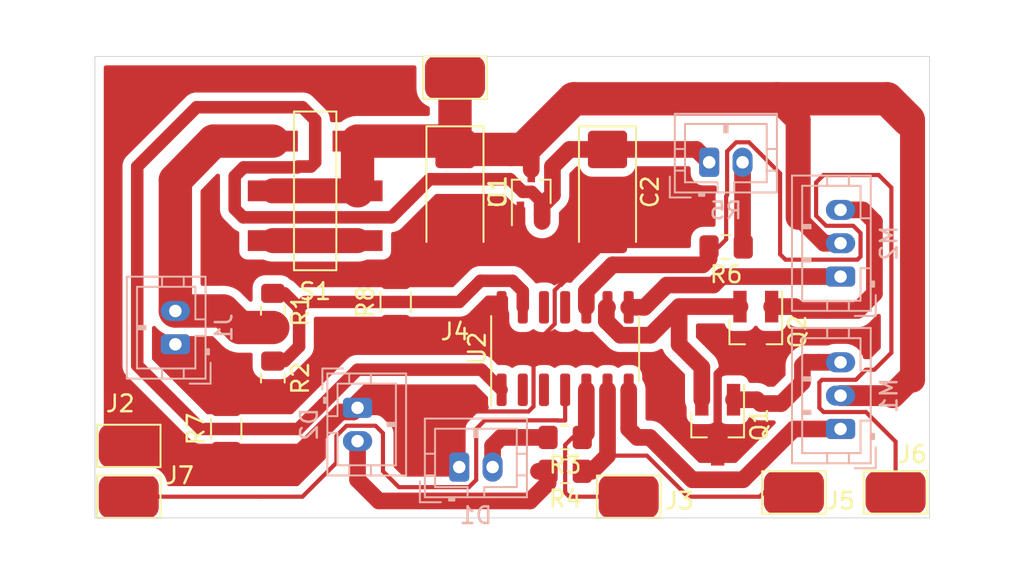
<source format=kicad_pcb>
(kicad_pcb (version 20171130) (host pcbnew "(5.1.5)-3")

  (general
    (thickness 1.6)
    (drawings 4)
    (tracks 216)
    (zones 0)
    (modules 26)
    (nets 22)
  )

  (page A4)
  (layers
    (0 F.Cu signal)
    (31 B.Cu signal)
    (32 B.Adhes user)
    (33 F.Adhes user)
    (34 B.Paste user)
    (35 F.Paste user)
    (36 B.SilkS user)
    (37 F.SilkS user)
    (38 B.Mask user)
    (39 F.Mask user)
    (40 Dwgs.User user)
    (41 Cmts.User user)
    (42 Eco1.User user)
    (43 Eco2.User user)
    (44 Edge.Cuts user)
    (45 Margin user)
    (46 B.CrtYd user)
    (47 F.CrtYd user)
    (48 B.Fab user)
    (49 F.Fab user)
  )

  (setup
    (last_trace_width 0.25)
    (user_trace_width 0.75)
    (user_trace_width 1)
    (user_trace_width 1.5)
    (user_trace_width 2)
    (trace_clearance 0.2)
    (zone_clearance 0.508)
    (zone_45_only no)
    (trace_min 0.2)
    (via_size 0.8)
    (via_drill 0.4)
    (via_min_size 0.4)
    (via_min_drill 0.3)
    (uvia_size 0.3)
    (uvia_drill 0.1)
    (uvias_allowed no)
    (uvia_min_size 0.2)
    (uvia_min_drill 0.1)
    (edge_width 0.05)
    (segment_width 0.2)
    (pcb_text_width 0.3)
    (pcb_text_size 1.5 1.5)
    (mod_edge_width 0.12)
    (mod_text_size 1 1)
    (mod_text_width 0.15)
    (pad_size 1.524 1.524)
    (pad_drill 0.762)
    (pad_to_mask_clearance 0.051)
    (solder_mask_min_width 0.25)
    (aux_axis_origin 0 0)
    (visible_elements 7FFFFFFF)
    (pcbplotparams
      (layerselection 0x010fc_ffffffff)
      (usegerberextensions false)
      (usegerberattributes false)
      (usegerberadvancedattributes false)
      (creategerberjobfile false)
      (excludeedgelayer true)
      (linewidth 0.100000)
      (plotframeref false)
      (viasonmask false)
      (mode 1)
      (useauxorigin false)
      (hpglpennumber 1)
      (hpglpenspeed 20)
      (hpglpendiameter 15.000000)
      (psnegative false)
      (psa4output false)
      (plotreference true)
      (plotvalue true)
      (plotinvisibletext false)
      (padsonsilk false)
      (subtractmaskfromsilk false)
      (outputformat 1)
      (mirror false)
      (drillshape 1)
      (scaleselection 1)
      (outputdirectory ""))
  )

  (net 0 "")
  (net 1 GND)
  (net 2 VCC)
  (net 3 +3V3)
  (net 4 "Net-(D1-Pad2)")
  (net 5 "Net-(D2-Pad2)")
  (net 6 /EYEL)
  (net 7 /EYER)
  (net 8 /LDR)
  (net 9 /RST)
  (net 10 "Net-(M1-Pad3)")
  (net 11 /EARL)
  (net 12 /EARR)
  (net 13 "Net-(M2-Pad3)")
  (net 14 /SERVON)
  (net 15 /BATREAD)
  (net 16 "Net-(R5-Pad2)")
  (net 17 "Net-(S1-Pad3)")
  (net 18 "Net-(U2-Pad2)")
  (net 19 "Net-(U2-Pad3)")
  (net 20 "Net-(U2-Pad12)")
  (net 21 "Net-(U2-Pad11)")

  (net_class Default "This is the default net class."
    (clearance 0.2)
    (trace_width 0.25)
    (via_dia 0.8)
    (via_drill 0.4)
    (uvia_dia 0.3)
    (uvia_drill 0.1)
    (add_net +3V3)
    (add_net /BATREAD)
    (add_net /EARL)
    (add_net /EARR)
    (add_net /EYEL)
    (add_net /EYER)
    (add_net /LDR)
    (add_net /RST)
    (add_net /SERVON)
    (add_net GND)
    (add_net "Net-(D1-Pad2)")
    (add_net "Net-(D2-Pad2)")
    (add_net "Net-(M1-Pad3)")
    (add_net "Net-(M2-Pad3)")
    (add_net "Net-(R5-Pad2)")
    (add_net "Net-(S1-Pad3)")
    (add_net "Net-(U2-Pad11)")
    (add_net "Net-(U2-Pad12)")
    (add_net "Net-(U2-Pad2)")
    (add_net "Net-(U2-Pad3)")
    (add_net VCC)
  )

  (module Package_TO_SOT_SMD:SOT-23_Handsoldering (layer F.Cu) (tedit 5A0AB76C) (tstamp 61416F21)
    (at 138.684 93.218 270)
    (descr "SOT-23, Handsoldering")
    (tags SOT-23)
    (path /6137D974)
    (attr smd)
    (fp_text reference Q1 (at 0 -2.5 90) (layer F.SilkS)
      (effects (font (size 1 1) (thickness 0.15)))
    )
    (fp_text value S8050 (at 0 2.5 90) (layer F.Fab)
      (effects (font (size 1 1) (thickness 0.15)))
    )
    (fp_line (start 0.76 1.58) (end -0.7 1.58) (layer F.SilkS) (width 0.12))
    (fp_line (start -0.7 1.52) (end 0.7 1.52) (layer F.Fab) (width 0.1))
    (fp_line (start 0.7 -1.52) (end 0.7 1.52) (layer F.Fab) (width 0.1))
    (fp_line (start -0.7 -0.95) (end -0.15 -1.52) (layer F.Fab) (width 0.1))
    (fp_line (start -0.15 -1.52) (end 0.7 -1.52) (layer F.Fab) (width 0.1))
    (fp_line (start -0.7 -0.95) (end -0.7 1.5) (layer F.Fab) (width 0.1))
    (fp_line (start 0.76 -1.58) (end -2.4 -1.58) (layer F.SilkS) (width 0.12))
    (fp_line (start -2.7 1.75) (end -2.7 -1.75) (layer F.CrtYd) (width 0.05))
    (fp_line (start 2.7 1.75) (end -2.7 1.75) (layer F.CrtYd) (width 0.05))
    (fp_line (start 2.7 -1.75) (end 2.7 1.75) (layer F.CrtYd) (width 0.05))
    (fp_line (start -2.7 -1.75) (end 2.7 -1.75) (layer F.CrtYd) (width 0.05))
    (fp_line (start 0.76 -1.58) (end 0.76 -0.65) (layer F.SilkS) (width 0.12))
    (fp_line (start 0.76 1.58) (end 0.76 0.65) (layer F.SilkS) (width 0.12))
    (fp_text user %R (at 0 0) (layer F.Fab)
      (effects (font (size 0.5 0.5) (thickness 0.075)))
    )
    (pad 3 smd rect (at 1.5 0 270) (size 1.9 0.8) (layers F.Cu F.Paste F.Mask)
      (net 1 GND))
    (pad 2 smd rect (at -1.5 0.95 270) (size 1.9 0.8) (layers F.Cu F.Paste F.Mask)
      (net 14 /SERVON))
    (pad 1 smd rect (at -1.5 -0.95 270) (size 1.9 0.8) (layers F.Cu F.Paste F.Mask)
      (net 10 "Net-(M1-Pad3)"))
    (model ${KISYS3DMOD}/Package_TO_SOT_SMD.3dshapes/SOT-23.wrl
      (at (xyz 0 0 0))
      (scale (xyz 1 1 1))
      (rotate (xyz 0 0 0))
    )
  )

  (module Package_TO_SOT_SMD:SOT-23_Handsoldering (layer F.Cu) (tedit 5A0AB76C) (tstamp 61416EBE)
    (at 140.97 87.63 270)
    (descr "SOT-23, Handsoldering")
    (tags SOT-23)
    (path /6137E88F)
    (attr smd)
    (fp_text reference Q2 (at 0 -2.5 90) (layer F.SilkS)
      (effects (font (size 1 1) (thickness 0.15)))
    )
    (fp_text value S8050 (at 0 2.5 90) (layer F.Fab)
      (effects (font (size 1 1) (thickness 0.15)))
    )
    (fp_line (start 0.76 1.58) (end -0.7 1.58) (layer F.SilkS) (width 0.12))
    (fp_line (start -0.7 1.52) (end 0.7 1.52) (layer F.Fab) (width 0.1))
    (fp_line (start 0.7 -1.52) (end 0.7 1.52) (layer F.Fab) (width 0.1))
    (fp_line (start -0.7 -0.95) (end -0.15 -1.52) (layer F.Fab) (width 0.1))
    (fp_line (start -0.15 -1.52) (end 0.7 -1.52) (layer F.Fab) (width 0.1))
    (fp_line (start -0.7 -0.95) (end -0.7 1.5) (layer F.Fab) (width 0.1))
    (fp_line (start 0.76 -1.58) (end -2.4 -1.58) (layer F.SilkS) (width 0.12))
    (fp_line (start -2.7 1.75) (end -2.7 -1.75) (layer F.CrtYd) (width 0.05))
    (fp_line (start 2.7 1.75) (end -2.7 1.75) (layer F.CrtYd) (width 0.05))
    (fp_line (start 2.7 -1.75) (end 2.7 1.75) (layer F.CrtYd) (width 0.05))
    (fp_line (start -2.7 -1.75) (end 2.7 -1.75) (layer F.CrtYd) (width 0.05))
    (fp_line (start 0.76 -1.58) (end 0.76 -0.65) (layer F.SilkS) (width 0.12))
    (fp_line (start 0.76 1.58) (end 0.76 0.65) (layer F.SilkS) (width 0.12))
    (fp_text user %R (at 0 0) (layer F.Fab)
      (effects (font (size 0.5 0.5) (thickness 0.075)))
    )
    (pad 3 smd rect (at 1.5 0 270) (size 1.9 0.8) (layers F.Cu F.Paste F.Mask)
      (net 1 GND))
    (pad 2 smd rect (at -1.5 0.95 270) (size 1.9 0.8) (layers F.Cu F.Paste F.Mask)
      (net 14 /SERVON))
    (pad 1 smd rect (at -1.5 -0.95 270) (size 1.9 0.8) (layers F.Cu F.Paste F.Mask)
      (net 13 "Net-(M2-Pad3)"))
    (model ${KISYS3DMOD}/Package_TO_SOT_SMD.3dshapes/SOT-23.wrl
      (at (xyz 0 0 0))
      (scale (xyz 1 1 1))
      (rotate (xyz 0 0 0))
    )
  )

  (module My:1PinFlashClip (layer F.Cu) (tedit 61415EE9) (tstamp 613FBBC5)
    (at 103.378 97.536 180)
    (path /6140E5AB)
    (fp_text reference J7 (at -3.048 1.27) (layer F.SilkS)
      (effects (font (size 1 1) (thickness 0.15)))
    )
    (fp_text value Conn_01x01_Female (at 0 -3.81) (layer F.Fab)
      (effects (font (size 1 1) (thickness 0.15)))
    )
    (fp_line (start -1.905 -1.27) (end 1.905 -1.27) (layer F.SilkS) (width 0.12))
    (fp_line (start -1.905 1.27) (end -1.905 -1.27) (layer F.SilkS) (width 0.12))
    (fp_line (start 1.905 1.27) (end -1.905 1.27) (layer F.SilkS) (width 0.12))
    (fp_line (start 1.905 -1.27) (end 1.905 1.27) (layer F.SilkS) (width 0.12))
    (pad 1 smd roundrect (at 0 0 180) (size 3.6 2.6) (layers F.Cu F.Paste F.Mask) (roundrect_rratio 0.25)
      (net 9 /RST))
  )

  (module My:1PinFlashClip (layer F.Cu) (tedit 61415EE9) (tstamp 613FBBAF)
    (at 149.352 97.282)
    (path /6140DD5F)
    (fp_text reference J6 (at 1.016 -2.286) (layer F.SilkS)
      (effects (font (size 1 1) (thickness 0.15)))
    )
    (fp_text value Conn_01x01_Female (at 0 -3.81) (layer F.Fab)
      (effects (font (size 1 1) (thickness 0.15)))
    )
    (fp_line (start -1.905 -1.27) (end 1.905 -1.27) (layer F.SilkS) (width 0.12))
    (fp_line (start -1.905 1.27) (end -1.905 -1.27) (layer F.SilkS) (width 0.12))
    (fp_line (start 1.905 1.27) (end -1.905 1.27) (layer F.SilkS) (width 0.12))
    (fp_line (start 1.905 -1.27) (end 1.905 1.27) (layer F.SilkS) (width 0.12))
    (pad 1 smd roundrect (at 0 0) (size 3.6 2.6) (layers F.Cu F.Paste F.Mask) (roundrect_rratio 0.25)
      (net 8 /LDR))
  )

  (module My:1PinFlashClip (layer F.Cu) (tedit 61415EE9) (tstamp 613FBB99)
    (at 143.256 97.282)
    (path /6140D902)
    (fp_text reference J5 (at 2.794 0.508) (layer F.SilkS)
      (effects (font (size 1 1) (thickness 0.15)))
    )
    (fp_text value Conn_01x01_Female (at 0 -3.81) (layer F.Fab)
      (effects (font (size 1 1) (thickness 0.15)))
    )
    (fp_line (start -1.905 -1.27) (end 1.905 -1.27) (layer F.SilkS) (width 0.12))
    (fp_line (start -1.905 1.27) (end -1.905 -1.27) (layer F.SilkS) (width 0.12))
    (fp_line (start 1.905 1.27) (end -1.905 1.27) (layer F.SilkS) (width 0.12))
    (fp_line (start 1.905 -1.27) (end 1.905 1.27) (layer F.SilkS) (width 0.12))
    (pad 1 smd roundrect (at 0 0) (size 3.6 2.6) (layers F.Cu F.Paste F.Mask) (roundrect_rratio 0.25)
      (net 7 /EYER))
  )

  (module My:1PinFlashClip (layer F.Cu) (tedit 61415EE9) (tstamp 613FBB83)
    (at 122.936 72.39)
    (path /6140D552)
    (fp_text reference J4 (at 0 15.24) (layer F.SilkS)
      (effects (font (size 1 1) (thickness 0.15)))
    )
    (fp_text value Conn_01x01_Female (at 0 -3.81) (layer F.Fab)
      (effects (font (size 1 1) (thickness 0.15)))
    )
    (fp_line (start -1.905 -1.27) (end 1.905 -1.27) (layer F.SilkS) (width 0.12))
    (fp_line (start -1.905 1.27) (end -1.905 -1.27) (layer F.SilkS) (width 0.12))
    (fp_line (start 1.905 1.27) (end -1.905 1.27) (layer F.SilkS) (width 0.12))
    (fp_line (start 1.905 -1.27) (end 1.905 1.27) (layer F.SilkS) (width 0.12))
    (pad 1 smd roundrect (at 0 0) (size 3.6 2.6) (layers F.Cu F.Paste F.Mask) (roundrect_rratio 0.25)
      (net 2 VCC))
  )

  (module My:1PinFlashClip (layer F.Cu) (tedit 61415EE9) (tstamp 613FBB6D)
    (at 133.35 97.536)
    (path /6140D177)
    (fp_text reference J3 (at 3.048 0.254) (layer F.SilkS)
      (effects (font (size 1 1) (thickness 0.15)))
    )
    (fp_text value Conn_01x01_Female (at 0 -3.81) (layer F.Fab)
      (effects (font (size 1 1) (thickness 0.15)))
    )
    (fp_line (start -1.905 -1.27) (end 1.905 -1.27) (layer F.SilkS) (width 0.12))
    (fp_line (start -1.905 1.27) (end -1.905 -1.27) (layer F.SilkS) (width 0.12))
    (fp_line (start 1.905 1.27) (end -1.905 1.27) (layer F.SilkS) (width 0.12))
    (fp_line (start 1.905 -1.27) (end 1.905 1.27) (layer F.SilkS) (width 0.12))
    (pad 1 smd roundrect (at 0 0) (size 3.6 2.6) (layers F.Cu F.Paste F.Mask) (roundrect_rratio 0.25)
      (net 6 /EYEL))
  )

  (module My:1PinFlashClip (layer F.Cu) (tedit 61415EE9) (tstamp 613FBB57)
    (at 103.378 94.488)
    (path /6140B298)
    (fp_text reference J2 (at -0.508 -2.54) (layer F.SilkS)
      (effects (font (size 1 1) (thickness 0.15)))
    )
    (fp_text value Conn_01x01_Female (at 0 -3.81) (layer F.Fab)
      (effects (font (size 1 1) (thickness 0.15)))
    )
    (fp_line (start -1.905 -1.27) (end 1.905 -1.27) (layer F.SilkS) (width 0.12))
    (fp_line (start -1.905 1.27) (end -1.905 -1.27) (layer F.SilkS) (width 0.12))
    (fp_line (start 1.905 1.27) (end -1.905 1.27) (layer F.SilkS) (width 0.12))
    (fp_line (start 1.905 -1.27) (end 1.905 1.27) (layer F.SilkS) (width 0.12))
    (pad 1 smd roundrect (at 0 0) (size 3.6 2.6) (layers F.Cu F.Paste F.Mask) (roundrect_rratio 0.25)
      (net 1 GND))
  )

  (module Resistor_SMD:R_1206_3216Metric_Pad1.42x1.75mm_HandSolder (layer F.Cu) (tedit 5B301BBD) (tstamp 6141C10B)
    (at 119.38 85.852 90)
    (descr "Resistor SMD 1206 (3216 Metric), square (rectangular) end terminal, IPC_7351 nominal with elongated pad for handsoldering. (Body size source: http://www.tortai-tech.com/upload/download/2011102023233369053.pdf), generated with kicad-footprint-generator")
    (tags "resistor handsolder")
    (path /61490FE9)
    (attr smd)
    (fp_text reference R8 (at 0 -1.82 90) (layer F.SilkS)
      (effects (font (size 1 1) (thickness 0.15)))
    )
    (fp_text value "R 0" (at 0 1.82 90) (layer F.Fab)
      (effects (font (size 1 1) (thickness 0.15)))
    )
    (fp_text user %R (at 0 0 90) (layer F.Fab)
      (effects (font (size 0.8 0.8) (thickness 0.12)))
    )
    (fp_line (start 2.45 1.12) (end -2.45 1.12) (layer F.CrtYd) (width 0.05))
    (fp_line (start 2.45 -1.12) (end 2.45 1.12) (layer F.CrtYd) (width 0.05))
    (fp_line (start -2.45 -1.12) (end 2.45 -1.12) (layer F.CrtYd) (width 0.05))
    (fp_line (start -2.45 1.12) (end -2.45 -1.12) (layer F.CrtYd) (width 0.05))
    (fp_line (start -0.602064 0.91) (end 0.602064 0.91) (layer F.SilkS) (width 0.12))
    (fp_line (start -0.602064 -0.91) (end 0.602064 -0.91) (layer F.SilkS) (width 0.12))
    (fp_line (start 1.6 0.8) (end -1.6 0.8) (layer F.Fab) (width 0.1))
    (fp_line (start 1.6 -0.8) (end 1.6 0.8) (layer F.Fab) (width 0.1))
    (fp_line (start -1.6 -0.8) (end 1.6 -0.8) (layer F.Fab) (width 0.1))
    (fp_line (start -1.6 0.8) (end -1.6 -0.8) (layer F.Fab) (width 0.1))
    (pad 2 smd roundrect (at 1.4875 0 90) (size 1.425 1.75) (layers F.Cu F.Paste F.Mask) (roundrect_rratio 0.175439)
      (net 1 GND))
    (pad 1 smd roundrect (at -1.4875 0 90) (size 1.425 1.75) (layers F.Cu F.Paste F.Mask) (roundrect_rratio 0.175439)
      (net 1 GND))
    (model ${KISYS3DMOD}/Resistor_SMD.3dshapes/R_1206_3216Metric.wrl
      (at (xyz 0 0 0))
      (scale (xyz 1 1 1))
      (rotate (xyz 0 0 0))
    )
  )

  (module Resistor_SMD:R_1206_3216Metric_Pad1.42x1.75mm_HandSolder (layer F.Cu) (tedit 5B301BBD) (tstamp 6141A14B)
    (at 109.22 93.472 90)
    (descr "Resistor SMD 1206 (3216 Metric), square (rectangular) end terminal, IPC_7351 nominal with elongated pad for handsoldering. (Body size source: http://www.tortai-tech.com/upload/download/2011102023233369053.pdf), generated with kicad-footprint-generator")
    (tags "resistor handsolder")
    (path /614853FA)
    (attr smd)
    (fp_text reference R7 (at 0 -1.82 90) (layer F.SilkS)
      (effects (font (size 1 1) (thickness 0.15)))
    )
    (fp_text value "R 0" (at 0 1.82 90) (layer F.Fab)
      (effects (font (size 1 1) (thickness 0.15)))
    )
    (fp_text user %R (at 0 0 90) (layer F.Fab)
      (effects (font (size 0.8 0.8) (thickness 0.12)))
    )
    (fp_line (start 2.45 1.12) (end -2.45 1.12) (layer F.CrtYd) (width 0.05))
    (fp_line (start 2.45 -1.12) (end 2.45 1.12) (layer F.CrtYd) (width 0.05))
    (fp_line (start -2.45 -1.12) (end 2.45 -1.12) (layer F.CrtYd) (width 0.05))
    (fp_line (start -2.45 1.12) (end -2.45 -1.12) (layer F.CrtYd) (width 0.05))
    (fp_line (start -0.602064 0.91) (end 0.602064 0.91) (layer F.SilkS) (width 0.12))
    (fp_line (start -0.602064 -0.91) (end 0.602064 -0.91) (layer F.SilkS) (width 0.12))
    (fp_line (start 1.6 0.8) (end -1.6 0.8) (layer F.Fab) (width 0.1))
    (fp_line (start 1.6 -0.8) (end 1.6 0.8) (layer F.Fab) (width 0.1))
    (fp_line (start -1.6 -0.8) (end 1.6 -0.8) (layer F.Fab) (width 0.1))
    (fp_line (start -1.6 0.8) (end -1.6 -0.8) (layer F.Fab) (width 0.1))
    (pad 2 smd roundrect (at 1.4875 0 90) (size 1.425 1.75) (layers F.Cu F.Paste F.Mask) (roundrect_rratio 0.175439)
      (net 1 GND))
    (pad 1 smd roundrect (at -1.4875 0 90) (size 1.425 1.75) (layers F.Cu F.Paste F.Mask) (roundrect_rratio 0.175439)
      (net 1 GND))
    (model ${KISYS3DMOD}/Resistor_SMD.3dshapes/R_1206_3216Metric.wrl
      (at (xyz 0 0 0))
      (scale (xyz 1 1 1))
      (rotate (xyz 0 0 0))
    )
  )

  (module Capacitor_Tantalum_SMD:CP_EIA-6032-15_Kemet-U_Pad2.25x2.35mm_HandSolder (layer F.Cu) (tedit 5B301BBE) (tstamp 6141740E)
    (at 122.936 79.248 270)
    (descr "Tantalum Capacitor SMD Kemet-U (6032-15 Metric), IPC_7351 nominal, (Body size from: http://www.kemet.com/Lists/ProductCatalog/Attachments/253/KEM_TC101_STD.pdf), generated with kicad-footprint-generator")
    (tags "capacitor tantalum")
    (path /61388A5D)
    (attr smd)
    (fp_text reference C1 (at 0 -2.55 90) (layer F.SilkS)
      (effects (font (size 1 1) (thickness 0.15)))
    )
    (fp_text value CP1_Small (at 0 2.55 90) (layer F.Fab)
      (effects (font (size 1 1) (thickness 0.15)))
    )
    (fp_text user %R (at 0 0 90) (layer F.Fab)
      (effects (font (size 1 1) (thickness 0.15)))
    )
    (fp_line (start 3.92 1.85) (end -3.92 1.85) (layer F.CrtYd) (width 0.05))
    (fp_line (start 3.92 -1.85) (end 3.92 1.85) (layer F.CrtYd) (width 0.05))
    (fp_line (start -3.92 -1.85) (end 3.92 -1.85) (layer F.CrtYd) (width 0.05))
    (fp_line (start -3.92 1.85) (end -3.92 -1.85) (layer F.CrtYd) (width 0.05))
    (fp_line (start -3.935 1.71) (end 3 1.71) (layer F.SilkS) (width 0.12))
    (fp_line (start -3.935 -1.71) (end -3.935 1.71) (layer F.SilkS) (width 0.12))
    (fp_line (start 3 -1.71) (end -3.935 -1.71) (layer F.SilkS) (width 0.12))
    (fp_line (start 3 1.6) (end 3 -1.6) (layer F.Fab) (width 0.1))
    (fp_line (start -3 1.6) (end 3 1.6) (layer F.Fab) (width 0.1))
    (fp_line (start -3 -0.8) (end -3 1.6) (layer F.Fab) (width 0.1))
    (fp_line (start -2.2 -1.6) (end -3 -0.8) (layer F.Fab) (width 0.1))
    (fp_line (start 3 -1.6) (end -2.2 -1.6) (layer F.Fab) (width 0.1))
    (pad 2 smd roundrect (at 2.55 0 270) (size 2.25 2.35) (layers F.Cu F.Paste F.Mask) (roundrect_rratio 0.111111)
      (net 1 GND))
    (pad 1 smd roundrect (at -2.55 0 270) (size 2.25 2.35) (layers F.Cu F.Paste F.Mask) (roundrect_rratio 0.111111)
      (net 2 VCC))
    (model ${KISYS3DMOD}/Capacitor_Tantalum_SMD.3dshapes/CP_EIA-6032-15_Kemet-U.wrl
      (at (xyz 0 0 0))
      (scale (xyz 1 1 1))
      (rotate (xyz 0 0 0))
    )
  )

  (module Capacitor_Tantalum_SMD:CP_EIA-6032-15_Kemet-U_Pad2.25x2.35mm_HandSolder (layer F.Cu) (tedit 5B301BBE) (tstamp 614173D8)
    (at 132.08 79.248 270)
    (descr "Tantalum Capacitor SMD Kemet-U (6032-15 Metric), IPC_7351 nominal, (Body size from: http://www.kemet.com/Lists/ProductCatalog/Attachments/253/KEM_TC101_STD.pdf), generated with kicad-footprint-generator")
    (tags "capacitor tantalum")
    (path /6138A471)
    (attr smd)
    (fp_text reference C2 (at 0 -2.55 90) (layer F.SilkS)
      (effects (font (size 1 1) (thickness 0.15)))
    )
    (fp_text value CP1_Small (at 0 2.55 90) (layer F.Fab)
      (effects (font (size 1 1) (thickness 0.15)))
    )
    (fp_line (start 3 -1.6) (end -2.2 -1.6) (layer F.Fab) (width 0.1))
    (fp_line (start -2.2 -1.6) (end -3 -0.8) (layer F.Fab) (width 0.1))
    (fp_line (start -3 -0.8) (end -3 1.6) (layer F.Fab) (width 0.1))
    (fp_line (start -3 1.6) (end 3 1.6) (layer F.Fab) (width 0.1))
    (fp_line (start 3 1.6) (end 3 -1.6) (layer F.Fab) (width 0.1))
    (fp_line (start 3 -1.71) (end -3.935 -1.71) (layer F.SilkS) (width 0.12))
    (fp_line (start -3.935 -1.71) (end -3.935 1.71) (layer F.SilkS) (width 0.12))
    (fp_line (start -3.935 1.71) (end 3 1.71) (layer F.SilkS) (width 0.12))
    (fp_line (start -3.92 1.85) (end -3.92 -1.85) (layer F.CrtYd) (width 0.05))
    (fp_line (start -3.92 -1.85) (end 3.92 -1.85) (layer F.CrtYd) (width 0.05))
    (fp_line (start 3.92 -1.85) (end 3.92 1.85) (layer F.CrtYd) (width 0.05))
    (fp_line (start 3.92 1.85) (end -3.92 1.85) (layer F.CrtYd) (width 0.05))
    (fp_text user %R (at 0 0 90) (layer F.Fab)
      (effects (font (size 1 1) (thickness 0.15)))
    )
    (pad 1 smd roundrect (at -2.55 0 270) (size 2.25 2.35) (layers F.Cu F.Paste F.Mask) (roundrect_rratio 0.111111)
      (net 3 +3V3))
    (pad 2 smd roundrect (at 2.55 0 270) (size 2.25 2.35) (layers F.Cu F.Paste F.Mask) (roundrect_rratio 0.111111)
      (net 1 GND))
    (model ${KISYS3DMOD}/Capacitor_Tantalum_SMD.3dshapes/CP_EIA-6032-15_Kemet-U.wrl
      (at (xyz 0 0 0))
      (scale (xyz 1 1 1))
      (rotate (xyz 0 0 0))
    )
  )

  (module Connector_JST:JST_PH_B2B-PH-K_1x02_P2.00mm_Vertical (layer B.Cu) (tedit 5B7745C2) (tstamp 61417374)
    (at 123.19 95.758)
    (descr "JST PH series connector, B2B-PH-K (http://www.jst-mfg.com/product/pdf/eng/ePH.pdf), generated with kicad-footprint-generator")
    (tags "connector JST PH side entry")
    (path /6137F851)
    (fp_text reference D1 (at 1 2.9) (layer B.SilkS)
      (effects (font (size 1 1) (thickness 0.15)) (justify mirror))
    )
    (fp_text value LED (at 1 -4) (layer B.Fab)
      (effects (font (size 1 1) (thickness 0.15)) (justify mirror))
    )
    (fp_text user %R (at 1 -1.5) (layer B.Fab)
      (effects (font (size 1 1) (thickness 0.15)) (justify mirror))
    )
    (fp_line (start 4.45 2.2) (end -2.45 2.2) (layer B.CrtYd) (width 0.05))
    (fp_line (start 4.45 -3.3) (end 4.45 2.2) (layer B.CrtYd) (width 0.05))
    (fp_line (start -2.45 -3.3) (end 4.45 -3.3) (layer B.CrtYd) (width 0.05))
    (fp_line (start -2.45 2.2) (end -2.45 -3.3) (layer B.CrtYd) (width 0.05))
    (fp_line (start 3.95 1.7) (end -1.95 1.7) (layer B.Fab) (width 0.1))
    (fp_line (start 3.95 -2.8) (end 3.95 1.7) (layer B.Fab) (width 0.1))
    (fp_line (start -1.95 -2.8) (end 3.95 -2.8) (layer B.Fab) (width 0.1))
    (fp_line (start -1.95 1.7) (end -1.95 -2.8) (layer B.Fab) (width 0.1))
    (fp_line (start -2.36 2.11) (end -2.36 0.86) (layer B.Fab) (width 0.1))
    (fp_line (start -1.11 2.11) (end -2.36 2.11) (layer B.Fab) (width 0.1))
    (fp_line (start -2.36 2.11) (end -2.36 0.86) (layer B.SilkS) (width 0.12))
    (fp_line (start -1.11 2.11) (end -2.36 2.11) (layer B.SilkS) (width 0.12))
    (fp_line (start 1 -2.3) (end 1 -1.8) (layer B.SilkS) (width 0.12))
    (fp_line (start 1.1 -1.8) (end 1.1 -2.3) (layer B.SilkS) (width 0.12))
    (fp_line (start 0.9 -1.8) (end 1.1 -1.8) (layer B.SilkS) (width 0.12))
    (fp_line (start 0.9 -2.3) (end 0.9 -1.8) (layer B.SilkS) (width 0.12))
    (fp_line (start 4.06 -0.8) (end 3.45 -0.8) (layer B.SilkS) (width 0.12))
    (fp_line (start 4.06 0.5) (end 3.45 0.5) (layer B.SilkS) (width 0.12))
    (fp_line (start -2.06 -0.8) (end -1.45 -0.8) (layer B.SilkS) (width 0.12))
    (fp_line (start -2.06 0.5) (end -1.45 0.5) (layer B.SilkS) (width 0.12))
    (fp_line (start 1.5 1.2) (end 1.5 1.81) (layer B.SilkS) (width 0.12))
    (fp_line (start 3.45 1.2) (end 1.5 1.2) (layer B.SilkS) (width 0.12))
    (fp_line (start 3.45 -2.3) (end 3.45 1.2) (layer B.SilkS) (width 0.12))
    (fp_line (start -1.45 -2.3) (end 3.45 -2.3) (layer B.SilkS) (width 0.12))
    (fp_line (start -1.45 1.2) (end -1.45 -2.3) (layer B.SilkS) (width 0.12))
    (fp_line (start 0.5 1.2) (end -1.45 1.2) (layer B.SilkS) (width 0.12))
    (fp_line (start 0.5 1.81) (end 0.5 1.2) (layer B.SilkS) (width 0.12))
    (fp_line (start -0.3 1.91) (end -0.6 1.91) (layer B.SilkS) (width 0.12))
    (fp_line (start -0.6 2.01) (end -0.6 1.81) (layer B.SilkS) (width 0.12))
    (fp_line (start -0.3 2.01) (end -0.6 2.01) (layer B.SilkS) (width 0.12))
    (fp_line (start -0.3 1.81) (end -0.3 2.01) (layer B.SilkS) (width 0.12))
    (fp_line (start 4.06 1.81) (end -2.06 1.81) (layer B.SilkS) (width 0.12))
    (fp_line (start 4.06 -2.91) (end 4.06 1.81) (layer B.SilkS) (width 0.12))
    (fp_line (start -2.06 -2.91) (end 4.06 -2.91) (layer B.SilkS) (width 0.12))
    (fp_line (start -2.06 1.81) (end -2.06 -2.91) (layer B.SilkS) (width 0.12))
    (pad 2 thru_hole oval (at 2 0) (size 1.2 1.75) (drill 0.75) (layers *.Cu *.Mask)
      (net 4 "Net-(D1-Pad2)"))
    (pad 1 thru_hole roundrect (at 0 0) (size 1.2 1.75) (drill 0.75) (layers *.Cu *.Mask) (roundrect_rratio 0.208333)
      (net 1 GND))
    (model ${KISYS3DMOD}/Connector_JST.3dshapes/JST_PH_B2B-PH-K_1x02_P2.00mm_Vertical.wrl
      (at (xyz 0 0 0))
      (scale (xyz 1 1 1))
      (rotate (xyz 0 0 0))
    )
  )

  (module Connector_JST:JST_PH_B2B-PH-K_1x02_P2.00mm_Vertical (layer B.Cu) (tedit 5B7745C2) (tstamp 6141726F)
    (at 117.094 92.202 270)
    (descr "JST PH series connector, B2B-PH-K (http://www.jst-mfg.com/product/pdf/eng/ePH.pdf), generated with kicad-footprint-generator")
    (tags "connector JST PH side entry")
    (path /613808A0)
    (fp_text reference D2 (at 1 2.9 270) (layer B.SilkS)
      (effects (font (size 1 1) (thickness 0.15)) (justify mirror))
    )
    (fp_text value LED (at 1 -4 270) (layer B.Fab)
      (effects (font (size 1 1) (thickness 0.15)) (justify mirror))
    )
    (fp_text user %R (at 1 -1.5 270) (layer B.Fab)
      (effects (font (size 1 1) (thickness 0.15)) (justify mirror))
    )
    (fp_line (start 4.45 2.2) (end -2.45 2.2) (layer B.CrtYd) (width 0.05))
    (fp_line (start 4.45 -3.3) (end 4.45 2.2) (layer B.CrtYd) (width 0.05))
    (fp_line (start -2.45 -3.3) (end 4.45 -3.3) (layer B.CrtYd) (width 0.05))
    (fp_line (start -2.45 2.2) (end -2.45 -3.3) (layer B.CrtYd) (width 0.05))
    (fp_line (start 3.95 1.7) (end -1.95 1.7) (layer B.Fab) (width 0.1))
    (fp_line (start 3.95 -2.8) (end 3.95 1.7) (layer B.Fab) (width 0.1))
    (fp_line (start -1.95 -2.8) (end 3.95 -2.8) (layer B.Fab) (width 0.1))
    (fp_line (start -1.95 1.7) (end -1.95 -2.8) (layer B.Fab) (width 0.1))
    (fp_line (start -2.36 2.11) (end -2.36 0.86) (layer B.Fab) (width 0.1))
    (fp_line (start -1.11 2.11) (end -2.36 2.11) (layer B.Fab) (width 0.1))
    (fp_line (start -2.36 2.11) (end -2.36 0.86) (layer B.SilkS) (width 0.12))
    (fp_line (start -1.11 2.11) (end -2.36 2.11) (layer B.SilkS) (width 0.12))
    (fp_line (start 1 -2.3) (end 1 -1.8) (layer B.SilkS) (width 0.12))
    (fp_line (start 1.1 -1.8) (end 1.1 -2.3) (layer B.SilkS) (width 0.12))
    (fp_line (start 0.9 -1.8) (end 1.1 -1.8) (layer B.SilkS) (width 0.12))
    (fp_line (start 0.9 -2.3) (end 0.9 -1.8) (layer B.SilkS) (width 0.12))
    (fp_line (start 4.06 -0.8) (end 3.45 -0.8) (layer B.SilkS) (width 0.12))
    (fp_line (start 4.06 0.5) (end 3.45 0.5) (layer B.SilkS) (width 0.12))
    (fp_line (start -2.06 -0.8) (end -1.45 -0.8) (layer B.SilkS) (width 0.12))
    (fp_line (start -2.06 0.5) (end -1.45 0.5) (layer B.SilkS) (width 0.12))
    (fp_line (start 1.5 1.2) (end 1.5 1.81) (layer B.SilkS) (width 0.12))
    (fp_line (start 3.45 1.2) (end 1.5 1.2) (layer B.SilkS) (width 0.12))
    (fp_line (start 3.45 -2.3) (end 3.45 1.2) (layer B.SilkS) (width 0.12))
    (fp_line (start -1.45 -2.3) (end 3.45 -2.3) (layer B.SilkS) (width 0.12))
    (fp_line (start -1.45 1.2) (end -1.45 -2.3) (layer B.SilkS) (width 0.12))
    (fp_line (start 0.5 1.2) (end -1.45 1.2) (layer B.SilkS) (width 0.12))
    (fp_line (start 0.5 1.81) (end 0.5 1.2) (layer B.SilkS) (width 0.12))
    (fp_line (start -0.3 1.91) (end -0.6 1.91) (layer B.SilkS) (width 0.12))
    (fp_line (start -0.6 2.01) (end -0.6 1.81) (layer B.SilkS) (width 0.12))
    (fp_line (start -0.3 2.01) (end -0.6 2.01) (layer B.SilkS) (width 0.12))
    (fp_line (start -0.3 1.81) (end -0.3 2.01) (layer B.SilkS) (width 0.12))
    (fp_line (start 4.06 1.81) (end -2.06 1.81) (layer B.SilkS) (width 0.12))
    (fp_line (start 4.06 -2.91) (end 4.06 1.81) (layer B.SilkS) (width 0.12))
    (fp_line (start -2.06 -2.91) (end 4.06 -2.91) (layer B.SilkS) (width 0.12))
    (fp_line (start -2.06 1.81) (end -2.06 -2.91) (layer B.SilkS) (width 0.12))
    (pad 2 thru_hole oval (at 2 0 270) (size 1.2 1.75) (drill 0.75) (layers *.Cu *.Mask)
      (net 5 "Net-(D2-Pad2)"))
    (pad 1 thru_hole roundrect (at 0 0 270) (size 1.2 1.75) (drill 0.75) (layers *.Cu *.Mask) (roundrect_rratio 0.208333)
      (net 1 GND))
    (model ${KISYS3DMOD}/Connector_JST.3dshapes/JST_PH_B2B-PH-K_1x02_P2.00mm_Vertical.wrl
      (at (xyz 0 0 0))
      (scale (xyz 1 1 1))
      (rotate (xyz 0 0 0))
    )
  )

  (module Connector_JST:JST_PH_B2B-PH-K_1x02_P2.00mm_Vertical (layer B.Cu) (tedit 5B7745C2) (tstamp 614171F4)
    (at 106.172 88.392 90)
    (descr "JST PH series connector, B2B-PH-K (http://www.jst-mfg.com/product/pdf/eng/ePH.pdf), generated with kicad-footprint-generator")
    (tags "connector JST PH side entry")
    (path /61373ED9)
    (fp_text reference J1 (at 1 2.9 270) (layer B.SilkS)
      (effects (font (size 1 1) (thickness 0.15)) (justify mirror))
    )
    (fp_text value Conn_01x02 (at 1 -4 270) (layer B.Fab)
      (effects (font (size 1 1) (thickness 0.15)) (justify mirror))
    )
    (fp_line (start -2.06 1.81) (end -2.06 -2.91) (layer B.SilkS) (width 0.12))
    (fp_line (start -2.06 -2.91) (end 4.06 -2.91) (layer B.SilkS) (width 0.12))
    (fp_line (start 4.06 -2.91) (end 4.06 1.81) (layer B.SilkS) (width 0.12))
    (fp_line (start 4.06 1.81) (end -2.06 1.81) (layer B.SilkS) (width 0.12))
    (fp_line (start -0.3 1.81) (end -0.3 2.01) (layer B.SilkS) (width 0.12))
    (fp_line (start -0.3 2.01) (end -0.6 2.01) (layer B.SilkS) (width 0.12))
    (fp_line (start -0.6 2.01) (end -0.6 1.81) (layer B.SilkS) (width 0.12))
    (fp_line (start -0.3 1.91) (end -0.6 1.91) (layer B.SilkS) (width 0.12))
    (fp_line (start 0.5 1.81) (end 0.5 1.2) (layer B.SilkS) (width 0.12))
    (fp_line (start 0.5 1.2) (end -1.45 1.2) (layer B.SilkS) (width 0.12))
    (fp_line (start -1.45 1.2) (end -1.45 -2.3) (layer B.SilkS) (width 0.12))
    (fp_line (start -1.45 -2.3) (end 3.45 -2.3) (layer B.SilkS) (width 0.12))
    (fp_line (start 3.45 -2.3) (end 3.45 1.2) (layer B.SilkS) (width 0.12))
    (fp_line (start 3.45 1.2) (end 1.5 1.2) (layer B.SilkS) (width 0.12))
    (fp_line (start 1.5 1.2) (end 1.5 1.81) (layer B.SilkS) (width 0.12))
    (fp_line (start -2.06 0.5) (end -1.45 0.5) (layer B.SilkS) (width 0.12))
    (fp_line (start -2.06 -0.8) (end -1.45 -0.8) (layer B.SilkS) (width 0.12))
    (fp_line (start 4.06 0.5) (end 3.45 0.5) (layer B.SilkS) (width 0.12))
    (fp_line (start 4.06 -0.8) (end 3.45 -0.8) (layer B.SilkS) (width 0.12))
    (fp_line (start 0.9 -2.3) (end 0.9 -1.8) (layer B.SilkS) (width 0.12))
    (fp_line (start 0.9 -1.8) (end 1.1 -1.8) (layer B.SilkS) (width 0.12))
    (fp_line (start 1.1 -1.8) (end 1.1 -2.3) (layer B.SilkS) (width 0.12))
    (fp_line (start 1 -2.3) (end 1 -1.8) (layer B.SilkS) (width 0.12))
    (fp_line (start -1.11 2.11) (end -2.36 2.11) (layer B.SilkS) (width 0.12))
    (fp_line (start -2.36 2.11) (end -2.36 0.86) (layer B.SilkS) (width 0.12))
    (fp_line (start -1.11 2.11) (end -2.36 2.11) (layer B.Fab) (width 0.1))
    (fp_line (start -2.36 2.11) (end -2.36 0.86) (layer B.Fab) (width 0.1))
    (fp_line (start -1.95 1.7) (end -1.95 -2.8) (layer B.Fab) (width 0.1))
    (fp_line (start -1.95 -2.8) (end 3.95 -2.8) (layer B.Fab) (width 0.1))
    (fp_line (start 3.95 -2.8) (end 3.95 1.7) (layer B.Fab) (width 0.1))
    (fp_line (start 3.95 1.7) (end -1.95 1.7) (layer B.Fab) (width 0.1))
    (fp_line (start -2.45 2.2) (end -2.45 -3.3) (layer B.CrtYd) (width 0.05))
    (fp_line (start -2.45 -3.3) (end 4.45 -3.3) (layer B.CrtYd) (width 0.05))
    (fp_line (start 4.45 -3.3) (end 4.45 2.2) (layer B.CrtYd) (width 0.05))
    (fp_line (start 4.45 2.2) (end -2.45 2.2) (layer B.CrtYd) (width 0.05))
    (fp_text user %R (at 1 -1.5 270) (layer B.Fab)
      (effects (font (size 1 1) (thickness 0.15)) (justify mirror))
    )
    (pad 1 thru_hole roundrect (at 0 0 90) (size 1.2 1.75) (drill 0.75) (layers *.Cu *.Mask) (roundrect_rratio 0.208333)
      (net 1 GND))
    (pad 2 thru_hole oval (at 2 0 90) (size 1.2 1.75) (drill 0.75) (layers *.Cu *.Mask)
      (net 2 VCC))
    (model ${KISYS3DMOD}/Connector_JST.3dshapes/JST_PH_B2B-PH-K_1x02_P2.00mm_Vertical.wrl
      (at (xyz 0 0 0))
      (scale (xyz 1 1 1))
      (rotate (xyz 0 0 0))
    )
  )

  (module Connector_JST:JST_PH_B3B-PH-K_1x03_P2.00mm_Vertical (layer B.Cu) (tedit 5B7745C2) (tstamp 614172EF)
    (at 146.05 93.472 90)
    (descr "JST PH series connector, B3B-PH-K (http://www.jst-mfg.com/product/pdf/eng/ePH.pdf), generated with kicad-footprint-generator")
    (tags "connector JST PH side entry")
    (path /61378E47)
    (fp_text reference M1 (at 2 2.9 270) (layer B.SilkS)
      (effects (font (size 1 1) (thickness 0.15)) (justify mirror))
    )
    (fp_text value Motor_Servo (at 2 -4 270) (layer B.Fab)
      (effects (font (size 1 1) (thickness 0.15)) (justify mirror))
    )
    (fp_text user %R (at 2 -1.5 270) (layer B.Fab)
      (effects (font (size 1 1) (thickness 0.15)) (justify mirror))
    )
    (fp_line (start 6.45 2.2) (end -2.45 2.2) (layer B.CrtYd) (width 0.05))
    (fp_line (start 6.45 -3.3) (end 6.45 2.2) (layer B.CrtYd) (width 0.05))
    (fp_line (start -2.45 -3.3) (end 6.45 -3.3) (layer B.CrtYd) (width 0.05))
    (fp_line (start -2.45 2.2) (end -2.45 -3.3) (layer B.CrtYd) (width 0.05))
    (fp_line (start 5.95 1.7) (end -1.95 1.7) (layer B.Fab) (width 0.1))
    (fp_line (start 5.95 -2.8) (end 5.95 1.7) (layer B.Fab) (width 0.1))
    (fp_line (start -1.95 -2.8) (end 5.95 -2.8) (layer B.Fab) (width 0.1))
    (fp_line (start -1.95 1.7) (end -1.95 -2.8) (layer B.Fab) (width 0.1))
    (fp_line (start -2.36 2.11) (end -2.36 0.86) (layer B.Fab) (width 0.1))
    (fp_line (start -1.11 2.11) (end -2.36 2.11) (layer B.Fab) (width 0.1))
    (fp_line (start -2.36 2.11) (end -2.36 0.86) (layer B.SilkS) (width 0.12))
    (fp_line (start -1.11 2.11) (end -2.36 2.11) (layer B.SilkS) (width 0.12))
    (fp_line (start 3 -2.3) (end 3 -1.8) (layer B.SilkS) (width 0.12))
    (fp_line (start 3.1 -1.8) (end 3.1 -2.3) (layer B.SilkS) (width 0.12))
    (fp_line (start 2.9 -1.8) (end 3.1 -1.8) (layer B.SilkS) (width 0.12))
    (fp_line (start 2.9 -2.3) (end 2.9 -1.8) (layer B.SilkS) (width 0.12))
    (fp_line (start 1 -2.3) (end 1 -1.8) (layer B.SilkS) (width 0.12))
    (fp_line (start 1.1 -1.8) (end 1.1 -2.3) (layer B.SilkS) (width 0.12))
    (fp_line (start 0.9 -1.8) (end 1.1 -1.8) (layer B.SilkS) (width 0.12))
    (fp_line (start 0.9 -2.3) (end 0.9 -1.8) (layer B.SilkS) (width 0.12))
    (fp_line (start 6.06 -0.8) (end 5.45 -0.8) (layer B.SilkS) (width 0.12))
    (fp_line (start 6.06 0.5) (end 5.45 0.5) (layer B.SilkS) (width 0.12))
    (fp_line (start -2.06 -0.8) (end -1.45 -0.8) (layer B.SilkS) (width 0.12))
    (fp_line (start -2.06 0.5) (end -1.45 0.5) (layer B.SilkS) (width 0.12))
    (fp_line (start 3.5 1.2) (end 3.5 1.81) (layer B.SilkS) (width 0.12))
    (fp_line (start 5.45 1.2) (end 3.5 1.2) (layer B.SilkS) (width 0.12))
    (fp_line (start 5.45 -2.3) (end 5.45 1.2) (layer B.SilkS) (width 0.12))
    (fp_line (start -1.45 -2.3) (end 5.45 -2.3) (layer B.SilkS) (width 0.12))
    (fp_line (start -1.45 1.2) (end -1.45 -2.3) (layer B.SilkS) (width 0.12))
    (fp_line (start 0.5 1.2) (end -1.45 1.2) (layer B.SilkS) (width 0.12))
    (fp_line (start 0.5 1.81) (end 0.5 1.2) (layer B.SilkS) (width 0.12))
    (fp_line (start -0.3 1.91) (end -0.6 1.91) (layer B.SilkS) (width 0.12))
    (fp_line (start -0.6 2.01) (end -0.6 1.81) (layer B.SilkS) (width 0.12))
    (fp_line (start -0.3 2.01) (end -0.6 2.01) (layer B.SilkS) (width 0.12))
    (fp_line (start -0.3 1.81) (end -0.3 2.01) (layer B.SilkS) (width 0.12))
    (fp_line (start 6.06 1.81) (end -2.06 1.81) (layer B.SilkS) (width 0.12))
    (fp_line (start 6.06 -2.91) (end 6.06 1.81) (layer B.SilkS) (width 0.12))
    (fp_line (start -2.06 -2.91) (end 6.06 -2.91) (layer B.SilkS) (width 0.12))
    (fp_line (start -2.06 1.81) (end -2.06 -2.91) (layer B.SilkS) (width 0.12))
    (pad 3 thru_hole oval (at 4 0 90) (size 1.2 1.75) (drill 0.75) (layers *.Cu *.Mask)
      (net 10 "Net-(M1-Pad3)"))
    (pad 2 thru_hole oval (at 2 0 90) (size 1.2 1.75) (drill 0.75) (layers *.Cu *.Mask)
      (net 2 VCC))
    (pad 1 thru_hole roundrect (at 0 0 90) (size 1.2 1.75) (drill 0.75) (layers *.Cu *.Mask) (roundrect_rratio 0.208333)
      (net 11 /EARL))
    (model ${KISYS3DMOD}/Connector_JST.3dshapes/JST_PH_B3B-PH-K_1x03_P2.00mm_Vertical.wrl
      (at (xyz 0 0 0))
      (scale (xyz 1 1 1))
      (rotate (xyz 0 0 0))
    )
  )

  (module Connector_JST:JST_PH_B3B-PH-K_1x03_P2.00mm_Vertical (layer B.Cu) (tedit 5B7745C2) (tstamp 6141716F)
    (at 146.05 84.328 90)
    (descr "JST PH series connector, B3B-PH-K (http://www.jst-mfg.com/product/pdf/eng/ePH.pdf), generated with kicad-footprint-generator")
    (tags "connector JST PH side entry")
    (path /6137C867)
    (fp_text reference M2 (at 2 2.9 270) (layer B.SilkS)
      (effects (font (size 1 1) (thickness 0.15)) (justify mirror))
    )
    (fp_text value Motor_Servo (at 2 -4 270) (layer B.Fab)
      (effects (font (size 1 1) (thickness 0.15)) (justify mirror))
    )
    (fp_line (start -2.06 1.81) (end -2.06 -2.91) (layer B.SilkS) (width 0.12))
    (fp_line (start -2.06 -2.91) (end 6.06 -2.91) (layer B.SilkS) (width 0.12))
    (fp_line (start 6.06 -2.91) (end 6.06 1.81) (layer B.SilkS) (width 0.12))
    (fp_line (start 6.06 1.81) (end -2.06 1.81) (layer B.SilkS) (width 0.12))
    (fp_line (start -0.3 1.81) (end -0.3 2.01) (layer B.SilkS) (width 0.12))
    (fp_line (start -0.3 2.01) (end -0.6 2.01) (layer B.SilkS) (width 0.12))
    (fp_line (start -0.6 2.01) (end -0.6 1.81) (layer B.SilkS) (width 0.12))
    (fp_line (start -0.3 1.91) (end -0.6 1.91) (layer B.SilkS) (width 0.12))
    (fp_line (start 0.5 1.81) (end 0.5 1.2) (layer B.SilkS) (width 0.12))
    (fp_line (start 0.5 1.2) (end -1.45 1.2) (layer B.SilkS) (width 0.12))
    (fp_line (start -1.45 1.2) (end -1.45 -2.3) (layer B.SilkS) (width 0.12))
    (fp_line (start -1.45 -2.3) (end 5.45 -2.3) (layer B.SilkS) (width 0.12))
    (fp_line (start 5.45 -2.3) (end 5.45 1.2) (layer B.SilkS) (width 0.12))
    (fp_line (start 5.45 1.2) (end 3.5 1.2) (layer B.SilkS) (width 0.12))
    (fp_line (start 3.5 1.2) (end 3.5 1.81) (layer B.SilkS) (width 0.12))
    (fp_line (start -2.06 0.5) (end -1.45 0.5) (layer B.SilkS) (width 0.12))
    (fp_line (start -2.06 -0.8) (end -1.45 -0.8) (layer B.SilkS) (width 0.12))
    (fp_line (start 6.06 0.5) (end 5.45 0.5) (layer B.SilkS) (width 0.12))
    (fp_line (start 6.06 -0.8) (end 5.45 -0.8) (layer B.SilkS) (width 0.12))
    (fp_line (start 0.9 -2.3) (end 0.9 -1.8) (layer B.SilkS) (width 0.12))
    (fp_line (start 0.9 -1.8) (end 1.1 -1.8) (layer B.SilkS) (width 0.12))
    (fp_line (start 1.1 -1.8) (end 1.1 -2.3) (layer B.SilkS) (width 0.12))
    (fp_line (start 1 -2.3) (end 1 -1.8) (layer B.SilkS) (width 0.12))
    (fp_line (start 2.9 -2.3) (end 2.9 -1.8) (layer B.SilkS) (width 0.12))
    (fp_line (start 2.9 -1.8) (end 3.1 -1.8) (layer B.SilkS) (width 0.12))
    (fp_line (start 3.1 -1.8) (end 3.1 -2.3) (layer B.SilkS) (width 0.12))
    (fp_line (start 3 -2.3) (end 3 -1.8) (layer B.SilkS) (width 0.12))
    (fp_line (start -1.11 2.11) (end -2.36 2.11) (layer B.SilkS) (width 0.12))
    (fp_line (start -2.36 2.11) (end -2.36 0.86) (layer B.SilkS) (width 0.12))
    (fp_line (start -1.11 2.11) (end -2.36 2.11) (layer B.Fab) (width 0.1))
    (fp_line (start -2.36 2.11) (end -2.36 0.86) (layer B.Fab) (width 0.1))
    (fp_line (start -1.95 1.7) (end -1.95 -2.8) (layer B.Fab) (width 0.1))
    (fp_line (start -1.95 -2.8) (end 5.95 -2.8) (layer B.Fab) (width 0.1))
    (fp_line (start 5.95 -2.8) (end 5.95 1.7) (layer B.Fab) (width 0.1))
    (fp_line (start 5.95 1.7) (end -1.95 1.7) (layer B.Fab) (width 0.1))
    (fp_line (start -2.45 2.2) (end -2.45 -3.3) (layer B.CrtYd) (width 0.05))
    (fp_line (start -2.45 -3.3) (end 6.45 -3.3) (layer B.CrtYd) (width 0.05))
    (fp_line (start 6.45 -3.3) (end 6.45 2.2) (layer B.CrtYd) (width 0.05))
    (fp_line (start 6.45 2.2) (end -2.45 2.2) (layer B.CrtYd) (width 0.05))
    (fp_text user %R (at 2 -1.5 270) (layer B.Fab)
      (effects (font (size 1 1) (thickness 0.15)) (justify mirror))
    )
    (pad 1 thru_hole roundrect (at 0 0 90) (size 1.2 1.75) (drill 0.75) (layers *.Cu *.Mask) (roundrect_rratio 0.208333)
      (net 12 /EARR))
    (pad 2 thru_hole oval (at 2 0 90) (size 1.2 1.75) (drill 0.75) (layers *.Cu *.Mask)
      (net 2 VCC))
    (pad 3 thru_hole oval (at 4 0 90) (size 1.2 1.75) (drill 0.75) (layers *.Cu *.Mask)
      (net 13 "Net-(M2-Pad3)"))
    (model ${KISYS3DMOD}/Connector_JST.3dshapes/JST_PH_B3B-PH-K_1x03_P2.00mm_Vertical.wrl
      (at (xyz 0 0 0))
      (scale (xyz 1 1 1))
      (rotate (xyz 0 0 0))
    )
  )

  (module Resistor_SMD:R_0805_2012Metric_Pad1.15x1.40mm_HandSolder (layer F.Cu) (tedit 5B36C52B) (tstamp 6141705B)
    (at 112.014 86.36 270)
    (descr "Resistor SMD 0805 (2012 Metric), square (rectangular) end terminal, IPC_7351 nominal with elongated pad for handsoldering. (Body size source: https://docs.google.com/spreadsheets/d/1BsfQQcO9C6DZCsRaXUlFlo91Tg2WpOkGARC1WS5S8t0/edit?usp=sharing), generated with kicad-footprint-generator")
    (tags "resistor handsolder")
    (path /61383770)
    (attr smd)
    (fp_text reference R1 (at 0 -1.65 90) (layer F.SilkS)
      (effects (font (size 1 1) (thickness 0.15)))
    )
    (fp_text value "R 10M" (at 0 1.65 90) (layer F.Fab)
      (effects (font (size 1 1) (thickness 0.15)))
    )
    (fp_line (start -1 0.6) (end -1 -0.6) (layer F.Fab) (width 0.1))
    (fp_line (start -1 -0.6) (end 1 -0.6) (layer F.Fab) (width 0.1))
    (fp_line (start 1 -0.6) (end 1 0.6) (layer F.Fab) (width 0.1))
    (fp_line (start 1 0.6) (end -1 0.6) (layer F.Fab) (width 0.1))
    (fp_line (start -0.261252 -0.71) (end 0.261252 -0.71) (layer F.SilkS) (width 0.12))
    (fp_line (start -0.261252 0.71) (end 0.261252 0.71) (layer F.SilkS) (width 0.12))
    (fp_line (start -1.85 0.95) (end -1.85 -0.95) (layer F.CrtYd) (width 0.05))
    (fp_line (start -1.85 -0.95) (end 1.85 -0.95) (layer F.CrtYd) (width 0.05))
    (fp_line (start 1.85 -0.95) (end 1.85 0.95) (layer F.CrtYd) (width 0.05))
    (fp_line (start 1.85 0.95) (end -1.85 0.95) (layer F.CrtYd) (width 0.05))
    (fp_text user %R (at 0 0 90) (layer F.Fab)
      (effects (font (size 0.5 0.5) (thickness 0.08)))
    )
    (pad 1 smd roundrect (at -1.025 0 270) (size 1.15 1.4) (layers F.Cu F.Paste F.Mask) (roundrect_rratio 0.217391)
      (net 15 /BATREAD))
    (pad 2 smd roundrect (at 1.025 0 270) (size 1.15 1.4) (layers F.Cu F.Paste F.Mask) (roundrect_rratio 0.217391)
      (net 2 VCC))
    (model ${KISYS3DMOD}/Resistor_SMD.3dshapes/R_0805_2012Metric.wrl
      (at (xyz 0 0 0))
      (scale (xyz 1 1 1))
      (rotate (xyz 0 0 0))
    )
  )

  (module Resistor_SMD:R_0805_2012Metric_Pad1.15x1.40mm_HandSolder (layer F.Cu) (tedit 5B36C52B) (tstamp 61419701)
    (at 112.014 90.424 270)
    (descr "Resistor SMD 0805 (2012 Metric), square (rectangular) end terminal, IPC_7351 nominal with elongated pad for handsoldering. (Body size source: https://docs.google.com/spreadsheets/d/1BsfQQcO9C6DZCsRaXUlFlo91Tg2WpOkGARC1WS5S8t0/edit?usp=sharing), generated with kicad-footprint-generator")
    (tags "resistor handsolder")
    (path /61382DED)
    (attr smd)
    (fp_text reference R2 (at 0 -1.65 90) (layer F.SilkS)
      (effects (font (size 1 1) (thickness 0.15)))
    )
    (fp_text value "R 10M" (at 0 1.65 90) (layer F.Fab)
      (effects (font (size 1 1) (thickness 0.15)))
    )
    (fp_line (start -1 0.6) (end -1 -0.6) (layer F.Fab) (width 0.1))
    (fp_line (start -1 -0.6) (end 1 -0.6) (layer F.Fab) (width 0.1))
    (fp_line (start 1 -0.6) (end 1 0.6) (layer F.Fab) (width 0.1))
    (fp_line (start 1 0.6) (end -1 0.6) (layer F.Fab) (width 0.1))
    (fp_line (start -0.261252 -0.71) (end 0.261252 -0.71) (layer F.SilkS) (width 0.12))
    (fp_line (start -0.261252 0.71) (end 0.261252 0.71) (layer F.SilkS) (width 0.12))
    (fp_line (start -1.85 0.95) (end -1.85 -0.95) (layer F.CrtYd) (width 0.05))
    (fp_line (start -1.85 -0.95) (end 1.85 -0.95) (layer F.CrtYd) (width 0.05))
    (fp_line (start 1.85 -0.95) (end 1.85 0.95) (layer F.CrtYd) (width 0.05))
    (fp_line (start 1.85 0.95) (end -1.85 0.95) (layer F.CrtYd) (width 0.05))
    (fp_text user %R (at 0 0 90) (layer F.Fab)
      (effects (font (size 0.5 0.5) (thickness 0.08)))
    )
    (pad 1 smd roundrect (at -1.025 0 270) (size 1.15 1.4) (layers F.Cu F.Paste F.Mask) (roundrect_rratio 0.217391)
      (net 15 /BATREAD))
    (pad 2 smd roundrect (at 1.025 0 270) (size 1.15 1.4) (layers F.Cu F.Paste F.Mask) (roundrect_rratio 0.217391)
      (net 1 GND))
    (model ${KISYS3DMOD}/Resistor_SMD.3dshapes/R_0805_2012Metric.wrl
      (at (xyz 0 0 0))
      (scale (xyz 1 1 1))
      (rotate (xyz 0 0 0))
    )
  )

  (module Resistor_SMD:R_0805_2012Metric_Pad1.15x1.40mm_HandSolder (layer F.Cu) (tedit 5B36C52B) (tstamp 614170F1)
    (at 129.54 93.98 180)
    (descr "Resistor SMD 0805 (2012 Metric), square (rectangular) end terminal, IPC_7351 nominal with elongated pad for handsoldering. (Body size source: https://docs.google.com/spreadsheets/d/1BsfQQcO9C6DZCsRaXUlFlo91Tg2WpOkGARC1WS5S8t0/edit?usp=sharing), generated with kicad-footprint-generator")
    (tags "resistor handsolder")
    (path /6138123E)
    (attr smd)
    (fp_text reference R3 (at 0 -1.65) (layer F.SilkS)
      (effects (font (size 1 1) (thickness 0.15)))
    )
    (fp_text value R (at 0 1.65) (layer F.Fab)
      (effects (font (size 1 1) (thickness 0.15)))
    )
    (fp_line (start -1 0.6) (end -1 -0.6) (layer F.Fab) (width 0.1))
    (fp_line (start -1 -0.6) (end 1 -0.6) (layer F.Fab) (width 0.1))
    (fp_line (start 1 -0.6) (end 1 0.6) (layer F.Fab) (width 0.1))
    (fp_line (start 1 0.6) (end -1 0.6) (layer F.Fab) (width 0.1))
    (fp_line (start -0.261252 -0.71) (end 0.261252 -0.71) (layer F.SilkS) (width 0.12))
    (fp_line (start -0.261252 0.71) (end 0.261252 0.71) (layer F.SilkS) (width 0.12))
    (fp_line (start -1.85 0.95) (end -1.85 -0.95) (layer F.CrtYd) (width 0.05))
    (fp_line (start -1.85 -0.95) (end 1.85 -0.95) (layer F.CrtYd) (width 0.05))
    (fp_line (start 1.85 -0.95) (end 1.85 0.95) (layer F.CrtYd) (width 0.05))
    (fp_line (start 1.85 0.95) (end -1.85 0.95) (layer F.CrtYd) (width 0.05))
    (fp_text user %R (at 0 0) (layer F.Fab)
      (effects (font (size 0.5 0.5) (thickness 0.08)))
    )
    (pad 1 smd roundrect (at -1.025 0 180) (size 1.15 1.4) (layers F.Cu F.Paste F.Mask) (roundrect_rratio 0.217391)
      (net 6 /EYEL))
    (pad 2 smd roundrect (at 1.025 0 180) (size 1.15 1.4) (layers F.Cu F.Paste F.Mask) (roundrect_rratio 0.217391)
      (net 4 "Net-(D1-Pad2)"))
    (model ${KISYS3DMOD}/Resistor_SMD.3dshapes/R_0805_2012Metric.wrl
      (at (xyz 0 0 0))
      (scale (xyz 1 1 1))
      (rotate (xyz 0 0 0))
    )
  )

  (module Resistor_SMD:R_0805_2012Metric_Pad1.15x1.40mm_HandSolder (layer F.Cu) (tedit 5B36C52B) (tstamp 61417121)
    (at 129.54 96.012 180)
    (descr "Resistor SMD 0805 (2012 Metric), square (rectangular) end terminal, IPC_7351 nominal with elongated pad for handsoldering. (Body size source: https://docs.google.com/spreadsheets/d/1BsfQQcO9C6DZCsRaXUlFlo91Tg2WpOkGARC1WS5S8t0/edit?usp=sharing), generated with kicad-footprint-generator")
    (tags "resistor handsolder")
    (path /613820AE)
    (attr smd)
    (fp_text reference R4 (at 0 -1.65) (layer F.SilkS)
      (effects (font (size 1 1) (thickness 0.15)))
    )
    (fp_text value R (at 0 1.65) (layer F.Fab)
      (effects (font (size 1 1) (thickness 0.15)))
    )
    (fp_text user %R (at 0 0) (layer F.Fab)
      (effects (font (size 0.5 0.5) (thickness 0.08)))
    )
    (fp_line (start 1.85 0.95) (end -1.85 0.95) (layer F.CrtYd) (width 0.05))
    (fp_line (start 1.85 -0.95) (end 1.85 0.95) (layer F.CrtYd) (width 0.05))
    (fp_line (start -1.85 -0.95) (end 1.85 -0.95) (layer F.CrtYd) (width 0.05))
    (fp_line (start -1.85 0.95) (end -1.85 -0.95) (layer F.CrtYd) (width 0.05))
    (fp_line (start -0.261252 0.71) (end 0.261252 0.71) (layer F.SilkS) (width 0.12))
    (fp_line (start -0.261252 -0.71) (end 0.261252 -0.71) (layer F.SilkS) (width 0.12))
    (fp_line (start 1 0.6) (end -1 0.6) (layer F.Fab) (width 0.1))
    (fp_line (start 1 -0.6) (end 1 0.6) (layer F.Fab) (width 0.1))
    (fp_line (start -1 -0.6) (end 1 -0.6) (layer F.Fab) (width 0.1))
    (fp_line (start -1 0.6) (end -1 -0.6) (layer F.Fab) (width 0.1))
    (pad 2 smd roundrect (at 1.025 0 180) (size 1.15 1.4) (layers F.Cu F.Paste F.Mask) (roundrect_rratio 0.217391)
      (net 5 "Net-(D2-Pad2)"))
    (pad 1 smd roundrect (at -1.025 0 180) (size 1.15 1.4) (layers F.Cu F.Paste F.Mask) (roundrect_rratio 0.217391)
      (net 7 /EYER))
    (model ${KISYS3DMOD}/Resistor_SMD.3dshapes/R_0805_2012Metric.wrl
      (at (xyz 0 0 0))
      (scale (xyz 1 1 1))
      (rotate (xyz 0 0 0))
    )
  )

  (module Connector_JST:JST_PH_B2B-PH-K_1x02_P2.00mm_Vertical (layer B.Cu) (tedit 5B7745C2) (tstamp 61416FF9)
    (at 138.176 77.47)
    (descr "JST PH series connector, B2B-PH-K (http://www.jst-mfg.com/product/pdf/eng/ePH.pdf), generated with kicad-footprint-generator")
    (tags "connector JST PH side entry")
    (path /613B67F2)
    (fp_text reference R5 (at 1 2.9) (layer B.SilkS)
      (effects (font (size 1 1) (thickness 0.15)) (justify mirror))
    )
    (fp_text value LDR03 (at 1 -4) (layer B.Fab)
      (effects (font (size 1 1) (thickness 0.15)) (justify mirror))
    )
    (fp_line (start -2.06 1.81) (end -2.06 -2.91) (layer B.SilkS) (width 0.12))
    (fp_line (start -2.06 -2.91) (end 4.06 -2.91) (layer B.SilkS) (width 0.12))
    (fp_line (start 4.06 -2.91) (end 4.06 1.81) (layer B.SilkS) (width 0.12))
    (fp_line (start 4.06 1.81) (end -2.06 1.81) (layer B.SilkS) (width 0.12))
    (fp_line (start -0.3 1.81) (end -0.3 2.01) (layer B.SilkS) (width 0.12))
    (fp_line (start -0.3 2.01) (end -0.6 2.01) (layer B.SilkS) (width 0.12))
    (fp_line (start -0.6 2.01) (end -0.6 1.81) (layer B.SilkS) (width 0.12))
    (fp_line (start -0.3 1.91) (end -0.6 1.91) (layer B.SilkS) (width 0.12))
    (fp_line (start 0.5 1.81) (end 0.5 1.2) (layer B.SilkS) (width 0.12))
    (fp_line (start 0.5 1.2) (end -1.45 1.2) (layer B.SilkS) (width 0.12))
    (fp_line (start -1.45 1.2) (end -1.45 -2.3) (layer B.SilkS) (width 0.12))
    (fp_line (start -1.45 -2.3) (end 3.45 -2.3) (layer B.SilkS) (width 0.12))
    (fp_line (start 3.45 -2.3) (end 3.45 1.2) (layer B.SilkS) (width 0.12))
    (fp_line (start 3.45 1.2) (end 1.5 1.2) (layer B.SilkS) (width 0.12))
    (fp_line (start 1.5 1.2) (end 1.5 1.81) (layer B.SilkS) (width 0.12))
    (fp_line (start -2.06 0.5) (end -1.45 0.5) (layer B.SilkS) (width 0.12))
    (fp_line (start -2.06 -0.8) (end -1.45 -0.8) (layer B.SilkS) (width 0.12))
    (fp_line (start 4.06 0.5) (end 3.45 0.5) (layer B.SilkS) (width 0.12))
    (fp_line (start 4.06 -0.8) (end 3.45 -0.8) (layer B.SilkS) (width 0.12))
    (fp_line (start 0.9 -2.3) (end 0.9 -1.8) (layer B.SilkS) (width 0.12))
    (fp_line (start 0.9 -1.8) (end 1.1 -1.8) (layer B.SilkS) (width 0.12))
    (fp_line (start 1.1 -1.8) (end 1.1 -2.3) (layer B.SilkS) (width 0.12))
    (fp_line (start 1 -2.3) (end 1 -1.8) (layer B.SilkS) (width 0.12))
    (fp_line (start -1.11 2.11) (end -2.36 2.11) (layer B.SilkS) (width 0.12))
    (fp_line (start -2.36 2.11) (end -2.36 0.86) (layer B.SilkS) (width 0.12))
    (fp_line (start -1.11 2.11) (end -2.36 2.11) (layer B.Fab) (width 0.1))
    (fp_line (start -2.36 2.11) (end -2.36 0.86) (layer B.Fab) (width 0.1))
    (fp_line (start -1.95 1.7) (end -1.95 -2.8) (layer B.Fab) (width 0.1))
    (fp_line (start -1.95 -2.8) (end 3.95 -2.8) (layer B.Fab) (width 0.1))
    (fp_line (start 3.95 -2.8) (end 3.95 1.7) (layer B.Fab) (width 0.1))
    (fp_line (start 3.95 1.7) (end -1.95 1.7) (layer B.Fab) (width 0.1))
    (fp_line (start -2.45 2.2) (end -2.45 -3.3) (layer B.CrtYd) (width 0.05))
    (fp_line (start -2.45 -3.3) (end 4.45 -3.3) (layer B.CrtYd) (width 0.05))
    (fp_line (start 4.45 -3.3) (end 4.45 2.2) (layer B.CrtYd) (width 0.05))
    (fp_line (start 4.45 2.2) (end -2.45 2.2) (layer B.CrtYd) (width 0.05))
    (fp_text user %R (at 1 -1.5) (layer B.Fab)
      (effects (font (size 1 1) (thickness 0.15)) (justify mirror))
    )
    (pad 1 thru_hole roundrect (at 0 0) (size 1.2 1.75) (drill 0.75) (layers *.Cu *.Mask) (roundrect_rratio 0.208333)
      (net 3 +3V3))
    (pad 2 thru_hole oval (at 2 0) (size 1.2 1.75) (drill 0.75) (layers *.Cu *.Mask)
      (net 16 "Net-(R5-Pad2)"))
    (model ${KISYS3DMOD}/Connector_JST.3dshapes/JST_PH_B2B-PH-K_1x02_P2.00mm_Vertical.wrl
      (at (xyz 0 0 0))
      (scale (xyz 1 1 1))
      (rotate (xyz 0 0 0))
    )
  )

  (module Resistor_SMD:R_0805_2012Metric_Pad1.15x1.40mm_HandSolder (layer F.Cu) (tedit 5B36C52B) (tstamp 61416EF0)
    (at 139.192 82.55 180)
    (descr "Resistor SMD 0805 (2012 Metric), square (rectangular) end terminal, IPC_7351 nominal with elongated pad for handsoldering. (Body size source: https://docs.google.com/spreadsheets/d/1BsfQQcO9C6DZCsRaXUlFlo91Tg2WpOkGARC1WS5S8t0/edit?usp=sharing), generated with kicad-footprint-generator")
    (tags "resistor handsolder")
    (path /613B8516)
    (attr smd)
    (fp_text reference R6 (at 0 -1.65) (layer F.SilkS)
      (effects (font (size 1 1) (thickness 0.15)))
    )
    (fp_text value R (at 0 1.65) (layer F.Fab)
      (effects (font (size 1 1) (thickness 0.15)))
    )
    (fp_line (start -1 0.6) (end -1 -0.6) (layer F.Fab) (width 0.1))
    (fp_line (start -1 -0.6) (end 1 -0.6) (layer F.Fab) (width 0.1))
    (fp_line (start 1 -0.6) (end 1 0.6) (layer F.Fab) (width 0.1))
    (fp_line (start 1 0.6) (end -1 0.6) (layer F.Fab) (width 0.1))
    (fp_line (start -0.261252 -0.71) (end 0.261252 -0.71) (layer F.SilkS) (width 0.12))
    (fp_line (start -0.261252 0.71) (end 0.261252 0.71) (layer F.SilkS) (width 0.12))
    (fp_line (start -1.85 0.95) (end -1.85 -0.95) (layer F.CrtYd) (width 0.05))
    (fp_line (start -1.85 -0.95) (end 1.85 -0.95) (layer F.CrtYd) (width 0.05))
    (fp_line (start 1.85 -0.95) (end 1.85 0.95) (layer F.CrtYd) (width 0.05))
    (fp_line (start 1.85 0.95) (end -1.85 0.95) (layer F.CrtYd) (width 0.05))
    (fp_text user %R (at 0 0) (layer F.Fab)
      (effects (font (size 0.5 0.5) (thickness 0.08)))
    )
    (pad 1 smd roundrect (at -1.025 0 180) (size 1.15 1.4) (layers F.Cu F.Paste F.Mask) (roundrect_rratio 0.217391)
      (net 16 "Net-(R5-Pad2)"))
    (pad 2 smd roundrect (at 1.025 0 180) (size 1.15 1.4) (layers F.Cu F.Paste F.Mask) (roundrect_rratio 0.217391)
      (net 8 /LDR))
    (model ${KISYS3DMOD}/Resistor_SMD.3dshapes/R_0805_2012Metric.wrl
      (at (xyz 0 0 0))
      (scale (xyz 1 1 1))
      (rotate (xyz 0 0 0))
    )
  )

  (module My:6pin-slide-switch (layer F.Cu) (tedit 6120D198) (tstamp 614170C5)
    (at 114.554 79.502)
    (path /61375B91)
    (fp_text reference S1 (at 0 5.715) (layer F.SilkS)
      (effects (font (size 1 1) (thickness 0.15)))
    )
    (fp_text value 6pin-slide-switch (at 0.635 -6.985) (layer F.Fab)
      (effects (font (size 1 1) (thickness 0.15)))
    )
    (fp_line (start -1.27 4.445) (end 0 4.445) (layer F.SilkS) (width 0.12))
    (fp_line (start -1.27 -5.08) (end -1.27 4.445) (layer F.SilkS) (width 0.12))
    (fp_line (start 1.27 -5.08) (end -1.27 -5.08) (layer F.SilkS) (width 0.12))
    (fp_line (start 1.27 4.445) (end 1.27 -5.08) (layer F.SilkS) (width 0.12))
    (fp_line (start 0 4.445) (end 1.27 4.445) (layer F.SilkS) (width 0.12))
    (pad 4 smd rect (at 2.54 -3.302) (size 3 1.25) (layers F.Cu F.Paste F.Mask)
      (net 2 VCC))
    (pad 5 smd rect (at 2.54 -0.3175) (size 3 1.25) (layers F.Cu F.Paste F.Mask)
      (net 2 VCC))
    (pad 6 smd rect (at 2.54 2.667) (size 3 1.25) (layers F.Cu F.Paste F.Mask)
      (net 17 "Net-(S1-Pad3)"))
    (pad 1 smd rect (at -2.54 -3.302) (size 3 1.25) (layers F.Cu F.Paste F.Mask)
      (net 2 VCC))
    (pad 2 smd rect (at -2.54 -0.3175) (size 3 1.25) (layers F.Cu F.Paste F.Mask)
      (net 2 VCC))
    (pad 3 smd rect (at -2.54 2.667) (size 3 1.25) (layers F.Cu F.Paste F.Mask)
      (net 17 "Net-(S1-Pad3)"))
    (model ":My3D:Lord.3dshapes/6 Pin SMD Slide Switch v1.step"
      (offset (xyz 2 5 0))
      (scale (xyz 1 1 1))
      (rotate (xyz 0 0 -90))
    )
  )

  (module Package_TO_SOT_SMD:SOT-323_SC-70_Handsoldering (layer F.Cu) (tedit 5A02FF57) (tstamp 6141708F)
    (at 127.508 79.248 90)
    (descr "SOT-323, SC-70 Handsoldering")
    (tags "SOT-323 SC-70 Handsoldering")
    (path /61385E08)
    (attr smd)
    (fp_text reference U1 (at 0 -2 90) (layer F.SilkS)
      (effects (font (size 1 1) (thickness 0.15)))
    )
    (fp_text value LM1117-3.3 (at 0 2.05 90) (layer F.Fab)
      (effects (font (size 1 1) (thickness 0.15)))
    )
    (fp_text user %R (at 0 0) (layer F.Fab)
      (effects (font (size 0.5 0.5) (thickness 0.075)))
    )
    (fp_line (start 0.735 0.5) (end 0.735 1.16) (layer F.SilkS) (width 0.12))
    (fp_line (start 0.735 -1.17) (end 0.735 -0.5) (layer F.SilkS) (width 0.12))
    (fp_line (start 2.4 1.3) (end -2.4 1.3) (layer F.CrtYd) (width 0.05))
    (fp_line (start 2.4 -1.3) (end 2.4 1.3) (layer F.CrtYd) (width 0.05))
    (fp_line (start -2.4 -1.3) (end 2.4 -1.3) (layer F.CrtYd) (width 0.05))
    (fp_line (start -2.4 1.3) (end -2.4 -1.3) (layer F.CrtYd) (width 0.05))
    (fp_line (start 0.735 -1.16) (end -2 -1.16) (layer F.SilkS) (width 0.12))
    (fp_line (start -0.675 1.16) (end 0.735 1.16) (layer F.SilkS) (width 0.12))
    (fp_line (start 0.675 -1.1) (end -0.175 -1.1) (layer F.Fab) (width 0.1))
    (fp_line (start -0.675 -0.6) (end -0.675 1.1) (layer F.Fab) (width 0.1))
    (fp_line (start 0.675 -1.1) (end 0.675 1.1) (layer F.Fab) (width 0.1))
    (fp_line (start 0.675 1.1) (end -0.675 1.1) (layer F.Fab) (width 0.1))
    (fp_line (start -0.175 -1.1) (end -0.675 -0.6) (layer F.Fab) (width 0.1))
    (pad 1 smd rect (at -1.33 -0.65) (size 0.45 1.5) (layers F.Cu F.Paste F.Mask)
      (net 1 GND))
    (pad 2 smd rect (at -1.33 0.65) (size 0.45 1.5) (layers F.Cu F.Paste F.Mask)
      (net 3 +3V3))
    (pad 3 smd rect (at 1.33 0) (size 0.45 1.5) (layers F.Cu F.Paste F.Mask)
      (net 2 VCC))
    (model ${KISYS3DMOD}/Package_TO_SOT_SMD.3dshapes/SOT-323_SC-70.wrl
      (at (xyz 0 0 0))
      (scale (xyz 1 1 1))
      (rotate (xyz 0 0 0))
    )
  )

  (module Package_SO:SOIC-14_3.9x8.7mm_P1.27mm (layer F.Cu) (tedit 5C97300E) (tstamp 61416F62)
    (at 129.54 88.646 90)
    (descr "SOIC, 14 Pin (JEDEC MS-012AB, https://www.analog.com/media/en/package-pcb-resources/package/pkg_pdf/soic_narrow-r/r_14.pdf), generated with kicad-footprint-generator ipc_gullwing_generator.py")
    (tags "SOIC SO")
    (path /6137199F)
    (attr smd)
    (fp_text reference U2 (at 0 -5.28 90) (layer F.SilkS)
      (effects (font (size 1 1) (thickness 0.15)))
    )
    (fp_text value ATTINY84 (at 0 5.28 90) (layer F.Fab)
      (effects (font (size 1 1) (thickness 0.15)))
    )
    (fp_line (start 0 4.435) (end 1.95 4.435) (layer F.SilkS) (width 0.12))
    (fp_line (start 0 4.435) (end -1.95 4.435) (layer F.SilkS) (width 0.12))
    (fp_line (start 0 -4.435) (end 1.95 -4.435) (layer F.SilkS) (width 0.12))
    (fp_line (start 0 -4.435) (end -3.45 -4.435) (layer F.SilkS) (width 0.12))
    (fp_line (start -0.975 -4.325) (end 1.95 -4.325) (layer F.Fab) (width 0.1))
    (fp_line (start 1.95 -4.325) (end 1.95 4.325) (layer F.Fab) (width 0.1))
    (fp_line (start 1.95 4.325) (end -1.95 4.325) (layer F.Fab) (width 0.1))
    (fp_line (start -1.95 4.325) (end -1.95 -3.35) (layer F.Fab) (width 0.1))
    (fp_line (start -1.95 -3.35) (end -0.975 -4.325) (layer F.Fab) (width 0.1))
    (fp_line (start -3.7 -4.58) (end -3.7 4.58) (layer F.CrtYd) (width 0.05))
    (fp_line (start -3.7 4.58) (end 3.7 4.58) (layer F.CrtYd) (width 0.05))
    (fp_line (start 3.7 4.58) (end 3.7 -4.58) (layer F.CrtYd) (width 0.05))
    (fp_line (start 3.7 -4.58) (end -3.7 -4.58) (layer F.CrtYd) (width 0.05))
    (fp_text user %R (at 0 0 90) (layer F.Fab)
      (effects (font (size 0.98 0.98) (thickness 0.15)))
    )
    (pad 1 smd roundrect (at -2.475 -3.81 90) (size 1.95 0.6) (layers F.Cu F.Paste F.Mask) (roundrect_rratio 0.25)
      (net 3 +3V3))
    (pad 2 smd roundrect (at -2.475 -2.54 90) (size 1.95 0.6) (layers F.Cu F.Paste F.Mask) (roundrect_rratio 0.25)
      (net 18 "Net-(U2-Pad2)"))
    (pad 3 smd roundrect (at -2.475 -1.27 90) (size 1.95 0.6) (layers F.Cu F.Paste F.Mask) (roundrect_rratio 0.25)
      (net 19 "Net-(U2-Pad3)"))
    (pad 4 smd roundrect (at -2.475 0 90) (size 1.95 0.6) (layers F.Cu F.Paste F.Mask) (roundrect_rratio 0.25)
      (net 9 /RST))
    (pad 5 smd roundrect (at -2.475 1.27 90) (size 1.95 0.6) (layers F.Cu F.Paste F.Mask) (roundrect_rratio 0.25)
      (net 6 /EYEL))
    (pad 6 smd roundrect (at -2.475 2.54 90) (size 1.95 0.6) (layers F.Cu F.Paste F.Mask) (roundrect_rratio 0.25)
      (net 7 /EYER))
    (pad 7 smd roundrect (at -2.475 3.81 90) (size 1.95 0.6) (layers F.Cu F.Paste F.Mask) (roundrect_rratio 0.25)
      (net 11 /EARL))
    (pad 8 smd roundrect (at 2.475 3.81 90) (size 1.95 0.6) (layers F.Cu F.Paste F.Mask) (roundrect_rratio 0.25)
      (net 12 /EARR))
    (pad 9 smd roundrect (at 2.475 2.54 90) (size 1.95 0.6) (layers F.Cu F.Paste F.Mask) (roundrect_rratio 0.25)
      (net 14 /SERVON))
    (pad 10 smd roundrect (at 2.475 1.27 90) (size 1.95 0.6) (layers F.Cu F.Paste F.Mask) (roundrect_rratio 0.25)
      (net 8 /LDR))
    (pad 11 smd roundrect (at 2.475 0 90) (size 1.95 0.6) (layers F.Cu F.Paste F.Mask) (roundrect_rratio 0.25)
      (net 21 "Net-(U2-Pad11)"))
    (pad 12 smd roundrect (at 2.475 -1.27 90) (size 1.95 0.6) (layers F.Cu F.Paste F.Mask) (roundrect_rratio 0.25)
      (net 20 "Net-(U2-Pad12)"))
    (pad 13 smd roundrect (at 2.475 -2.54 90) (size 1.95 0.6) (layers F.Cu F.Paste F.Mask) (roundrect_rratio 0.25)
      (net 15 /BATREAD))
    (pad 14 smd roundrect (at 2.475 -3.81 90) (size 1.95 0.6) (layers F.Cu F.Paste F.Mask) (roundrect_rratio 0.25)
      (net 1 GND))
    (model ${KISYS3DMOD}/Package_SO.3dshapes/SOIC-14_3.9x8.7mm_P1.27mm.wrl
      (at (xyz 0 0 0))
      (scale (xyz 1 1 1))
      (rotate (xyz 0 0 0))
    )
  )

  (gr_line (start 101.346 71.12) (end 101.346 98.806) (layer Edge.Cuts) (width 0.05) (tstamp 6149455D))
  (gr_line (start 151.384 71.12) (end 101.346 71.12) (layer Edge.Cuts) (width 0.05))
  (gr_line (start 151.384 98.806) (end 151.384 71.12) (layer Edge.Cuts) (width 0.05))
  (gr_line (start 101.346 98.806) (end 151.384 98.806) (layer Edge.Cuts) (width 0.05))

  (segment (start 140.32 89.13) (end 140.296 89.154) (width 0.25) (layer F.Cu) (net 1))
  (segment (start 140.97 89.13) (end 140.32 89.13) (width 0.25) (layer F.Cu) (net 1))
  (segment (start 140.296 89.154) (end 139.7 89.154) (width 0.25) (layer F.Cu) (net 1))
  (segment (start 138.684 90.17) (end 138.684 94.718) (width 0.5) (layer F.Cu) (net 1))
  (segment (start 139.7 89.154) (end 138.684 90.17) (width 0.5) (layer F.Cu) (net 1))
  (segment (start 109.22 91.272) (end 109.982 90.51) (width 0.25) (layer F.Cu) (net 1))
  (segment (start 109.22 91.9845) (end 109.22 91.272) (width 0.25) (layer F.Cu) (net 1))
  (segment (start 125.73 87.146) (end 125.73 86.171) (width 0.25) (layer F.Cu) (net 1))
  (segment (start 127.64499 92.122778) (end 127.64499 89.06099) (width 0.25) (layer F.Cu) (net 1))
  (segment (start 127.346758 92.42101) (end 127.64499 92.122778) (width 0.25) (layer F.Cu) (net 1))
  (segment (start 118.18801 92.42101) (end 127.346758 92.42101) (width 0.25) (layer F.Cu) (net 1))
  (segment (start 127.64499 89.06099) (end 125.73 87.146) (width 0.25) (layer F.Cu) (net 1))
  (segment (start 117.969 92.202) (end 118.18801 92.42101) (width 0.25) (layer F.Cu) (net 1))
  (segment (start 117.094 92.202) (end 117.969 92.202) (width 0.25) (layer F.Cu) (net 1))
  (segment (start 110.095 94.9595) (end 109.22 94.9595) (width 1) (layer F.Cu) (net 1))
  (segment (start 116.078312 92.45198) (end 113.570792 94.9595) (width 1) (layer F.Cu) (net 1))
  (segment (start 113.570792 94.9595) (end 110.095 94.9595) (width 1) (layer F.Cu) (net 1))
  (segment (start 116.84402 92.45198) (end 116.078312 92.45198) (width 1) (layer F.Cu) (net 1))
  (segment (start 117.094 92.202) (end 116.84402 92.45198) (width 1) (layer F.Cu) (net 1))
  (segment (start 132.08 82.75926) (end 132.08 81.798) (width 0.25) (layer F.Cu) (net 1))
  (segment (start 132.08 82.042) (end 132.08 81.798) (width 0.25) (layer F.Cu) (net 1))
  (segment (start 129.228232 84.836) (end 129.286 84.836) (width 0.25) (layer F.Cu) (net 1))
  (segment (start 126.468 87.884) (end 128.203768 87.884) (width 0.25) (layer F.Cu) (net 1))
  (segment (start 125.73 87.146) (end 126.468 87.884) (width 0.25) (layer F.Cu) (net 1))
  (segment (start 128.203768 87.884) (end 128.91499 87.172778) (width 0.25) (layer F.Cu) (net 1))
  (segment (start 128.91499 87.172778) (end 128.91499 85.149242) (width 0.25) (layer F.Cu) (net 1))
  (segment (start 129.286 84.836) (end 132.08 82.042) (width 0.25) (layer F.Cu) (net 1))
  (segment (start 128.91499 85.149242) (end 129.228232 84.836) (width 0.25) (layer F.Cu) (net 1))
  (segment (start 122.936 76.698) (end 126.288 76.698) (width 2) (layer F.Cu) (net 2) (tstamp 61417523))
  (segment (start 108.514 76.2) (end 112.014 76.2) (width 2) (layer F.Cu) (net 2) (tstamp 61417472))
  (segment (start 106.172 86.392) (end 106.172 78.542) (width 2) (layer F.Cu) (net 2) (tstamp 61417475))
  (segment (start 122.438 76.2) (end 122.936 76.698) (width 2) (layer F.Cu) (net 2) (tstamp 61417517))
  (segment (start 117.094 76.2) (end 122.438 76.2) (width 2) (layer F.Cu) (net 2) (tstamp 6141751A))
  (segment (start 126.288 76.698) (end 127.01 76.698) (width 2) (layer F.Cu) (net 2) (tstamp 614174F9))
  (segment (start 127.01 76.698) (end 130.048 73.66) (width 2) (layer F.Cu) (net 2) (tstamp 61417502))
  (segment (start 130.048 73.66) (end 142.24 73.66) (width 2) (layer F.Cu) (net 2) (tstamp 6141750E))
  (segment (start 142.24 73.66) (end 143.51 74.93) (width 1.5) (layer F.Cu) (net 2) (tstamp 614174F6))
  (segment (start 145.066 82.328) (end 146.05 82.328) (width 1) (layer F.Cu) (net 2) (tstamp 614174FC))
  (segment (start 143.51 80.772) (end 145.066 82.328) (width 1) (layer F.Cu) (net 2) (tstamp 61417508))
  (segment (start 143.51 74.93) (end 143.51 80.772) (width 1.5) (layer F.Cu) (net 2) (tstamp 61417505))
  (segment (start 127.508 77.196) (end 127.01 76.698) (width 1) (layer F.Cu) (net 2) (tstamp 6141749F))
  (segment (start 127.508 77.918) (end 127.508 77.196) (width 1) (layer F.Cu) (net 2) (tstamp 6141749C))
  (segment (start 146.05 91.472) (end 149.179 91.472) (width 1.25) (layer F.Cu) (net 2))
  (segment (start 149.179 91.472) (end 150.114 90.537) (width 1.5) (layer F.Cu) (net 2))
  (segment (start 106.172 78.542) (end 108.458 76.2) (width 2) (layer F.Cu) (net 2))
  (segment (start 108.458 76.2) (end 108.514 76.2) (width 2) (layer F.Cu) (net 2))
  (segment (start 112.014 79.1845) (end 117.094 79.1845) (width 1.5) (layer F.Cu) (net 2) (tstamp 61417520))
  (segment (start 117.094 79.1845) (end 117.094 76.2) (width 2) (layer F.Cu) (net 2))
  (segment (start 122.936 72.39) (end 122.936 76.698) (width 2) (layer F.Cu) (net 2))
  (segment (start 111.314 87.385) (end 112.014 87.385) (width 2) (layer F.Cu) (net 2))
  (segment (start 110.04 87.385) (end 111.314 87.385) (width 2) (layer F.Cu) (net 2))
  (segment (start 109.047 86.392) (end 110.04 87.385) (width 2) (layer F.Cu) (net 2))
  (segment (start 106.172 86.392) (end 109.047 86.392) (width 2) (layer F.Cu) (net 2))
  (segment (start 150.368 90.537) (end 150.368 74.93) (width 1.5) (layer F.Cu) (net 2))
  (segment (start 148.844 73.66) (end 142.24 73.66) (width 2) (layer F.Cu) (net 2))
  (segment (start 150.114 74.93) (end 148.844 73.66) (width 2) (layer F.Cu) (net 2))
  (segment (start 128.158 80.578) (end 128.158 81.01952) (width 1) (layer F.Cu) (net 3))
  (segment (start 128.158 80.053) (end 128.778 79.433) (width 1) (layer F.Cu) (net 3))
  (segment (start 128.158 80.578) (end 128.158 80.053) (width 1) (layer F.Cu) (net 3))
  (segment (start 128.778 79.433) (end 128.778 77.724) (width 1) (layer F.Cu) (net 3))
  (segment (start 129.804 76.698) (end 132.08 76.698) (width 1) (layer F.Cu) (net 3))
  (segment (start 128.778 77.724) (end 129.804 76.698) (width 1) (layer F.Cu) (net 3))
  (segment (start 137.404 76.698) (end 138.176 77.47) (width 1) (layer F.Cu) (net 3))
  (segment (start 132.08 76.698) (end 137.404 76.698) (width 1) (layer F.Cu) (net 3))
  (segment (start 109.728 78.310498) (end 110.263488 77.77501) (width 0.75) (layer F.Cu) (net 3))
  (segment (start 113.48699 77.77501) (end 113.538 77.724) (width 0.75) (layer F.Cu) (net 3))
  (segment (start 119.126 80.772) (end 110.236 80.772) (width 0.75) (layer F.Cu) (net 3))
  (segment (start 110.236 80.772) (end 109.728 80.264) (width 0.75) (layer F.Cu) (net 3))
  (segment (start 128.158 79.867998) (end 127.533003 79.243001) (width 0.75) (layer F.Cu) (net 3))
  (segment (start 110.263488 77.77501) (end 113.48699 77.77501) (width 0.75) (layer F.Cu) (net 3))
  (segment (start 113.538 77.724) (end 114.3 77.724) (width 0.75) (layer F.Cu) (net 3))
  (segment (start 126.238 78.486) (end 121.412 78.486) (width 0.75) (layer F.Cu) (net 3))
  (segment (start 128.158 80.578) (end 128.158 79.867998) (width 0.75) (layer F.Cu) (net 3))
  (segment (start 103.886 89.662) (end 107.696 93.472) (width 0.75) (layer F.Cu) (net 3))
  (segment (start 124.525 89.916) (end 125.73 91.121) (width 0.75) (layer F.Cu) (net 3))
  (segment (start 121.412 78.486) (end 119.126 80.772) (width 0.75) (layer F.Cu) (net 3))
  (segment (start 114.3 77.724) (end 114.554 77.47) (width 0.75) (layer F.Cu) (net 3))
  (segment (start 127.533003 79.243001) (end 126.995001 79.243001) (width 0.75) (layer F.Cu) (net 3))
  (segment (start 109.728 80.264) (end 109.728 78.310498) (width 0.75) (layer F.Cu) (net 3))
  (segment (start 126.995001 79.243001) (end 126.238 78.486) (width 0.75) (layer F.Cu) (net 3))
  (segment (start 114.554 77.47) (end 114.554 74.93) (width 0.75) (layer F.Cu) (net 3))
  (segment (start 107.696 93.472) (end 113.538 93.472) (width 0.75) (layer F.Cu) (net 3))
  (segment (start 114.554 74.93) (end 113.792 74.168) (width 0.75) (layer F.Cu) (net 3))
  (segment (start 113.792 74.168) (end 107.442 74.168) (width 0.75) (layer F.Cu) (net 3))
  (segment (start 107.442 74.168) (end 103.886 77.724) (width 0.75) (layer F.Cu) (net 3))
  (segment (start 117.094 89.916) (end 124.525 89.916) (width 0.75) (layer F.Cu) (net 3))
  (segment (start 103.886 77.724) (end 103.886 89.662) (width 0.75) (layer F.Cu) (net 3))
  (segment (start 113.538 93.472) (end 117.094 89.916) (width 0.75) (layer F.Cu) (net 3))
  (segment (start 128.515 93.98) (end 125.698 93.98) (width 1) (layer F.Cu) (net 4) (tstamp 61416E84))
  (segment (start 125.19 94.488) (end 125.698 93.98) (width 1) (layer F.Cu) (net 4))
  (segment (start 125.19 95.758) (end 125.19 94.488) (width 1) (layer F.Cu) (net 4))
  (segment (start 127.94 96.012) (end 128.515 96.012) (width 1) (layer F.Cu) (net 5) (tstamp 61416E8D))
  (segment (start 128.515 96.712) (end 127.437 97.79) (width 1) (layer F.Cu) (net 5))
  (segment (start 128.515 96.012) (end 128.515 96.712) (width 1) (layer F.Cu) (net 5))
  (segment (start 127.437 97.79) (end 118.364 97.79) (width 1) (layer F.Cu) (net 5))
  (segment (start 117.094 96.52) (end 117.094 94.202) (width 1) (layer F.Cu) (net 5))
  (segment (start 118.364 97.79) (end 117.094 96.52) (width 1) (layer F.Cu) (net 5))
  (segment (start 130.81 93.735) (end 130.565 93.98) (width 1) (layer F.Cu) (net 6) (tstamp 61416E8A))
  (segment (start 130.81 91.121) (end 130.81 93.735) (width 1) (layer F.Cu) (net 6) (tstamp 61416E96))
  (segment (start 129.99 93.98) (end 129.54 94.43) (width 0.25) (layer F.Cu) (net 6))
  (segment (start 130.565 93.98) (end 129.99 93.98) (width 0.25) (layer F.Cu) (net 6))
  (segment (start 129.54 94.43) (end 129.54 97.282) (width 0.25) (layer F.Cu) (net 6))
  (segment (start 129.794 97.536) (end 133.35 97.536) (width 0.25) (layer F.Cu) (net 6))
  (segment (start 129.54 97.282) (end 129.794 97.536) (width 0.25) (layer F.Cu) (net 6))
  (segment (start 131.14 96.012) (end 130.565 96.012) (width 1) (layer F.Cu) (net 7) (tstamp 61416E90))
  (segment (start 132.08 95.072) (end 131.14 96.012) (width 1) (layer F.Cu) (net 7) (tstamp 61416E99))
  (segment (start 132.08 91.121) (end 132.08 95.072) (width 1) (layer F.Cu) (net 7) (tstamp 61416E93))
  (segment (start 141.456 97.282) (end 143.256 97.282) (width 0.25) (layer F.Cu) (net 7))
  (segment (start 136.906 97.536) (end 141.202 97.536) (width 0.25) (layer F.Cu) (net 7))
  (segment (start 141.202 97.536) (end 141.456 97.282) (width 0.25) (layer F.Cu) (net 7))
  (segment (start 134.442 95.072) (end 136.906 97.536) (width 0.25) (layer F.Cu) (net 7))
  (segment (start 132.08 95.072) (end 134.442 95.072) (width 0.25) (layer F.Cu) (net 7))
  (segment (start 132.38299 83.62301) (end 137.79399 83.62301) (width 1) (layer F.Cu) (net 8) (tstamp 614174DE))
  (segment (start 138.167 83.25) (end 138.167 82.55) (width 1) (layer F.Cu) (net 8) (tstamp 614174C9))
  (segment (start 130.81 85.196) (end 132.38299 83.62301) (width 1) (layer F.Cu) (net 8) (tstamp 614174E4))
  (segment (start 137.79399 83.62301) (end 138.167 83.25) (width 1) (layer F.Cu) (net 8) (tstamp 614174D2))
  (segment (start 130.81 86.171) (end 130.81 85.196) (width 1) (layer F.Cu) (net 8) (tstamp 614174CF))
  (segment (start 149.352 94.234) (end 149.352 97.282) (width 0.25) (layer F.Cu) (net 8))
  (segment (start 145.034 92.456) (end 147.574 92.456) (width 0.25) (layer F.Cu) (net 8))
  (segment (start 144.78 92.202) (end 145.034 92.456) (width 0.25) (layer F.Cu) (net 8))
  (segment (start 144.78 90.678) (end 144.78 92.202) (width 0.25) (layer F.Cu) (net 8))
  (segment (start 144.93601 90.52199) (end 144.78 90.678) (width 0.25) (layer F.Cu) (net 8))
  (segment (start 147.574 89.916) (end 146.96801 90.52199) (width 0.25) (layer F.Cu) (net 8))
  (segment (start 142.748 83.312) (end 147.066 83.312) (width 0.25) (layer F.Cu) (net 8))
  (segment (start 142.42701 82.99101) (end 142.748 83.312) (width 0.25) (layer F.Cu) (net 8))
  (segment (start 139.25099 76.811849) (end 139.792849 76.26999) (width 0.25) (layer F.Cu) (net 8))
  (segment (start 138.742 82.55) (end 139.192 82.1) (width 0.25) (layer F.Cu) (net 8))
  (segment (start 139.192 82.1) (end 139.192 79.502) (width 0.25) (layer F.Cu) (net 8))
  (segment (start 147.574 92.456) (end 149.352 94.234) (width 0.25) (layer F.Cu) (net 8))
  (segment (start 142.42701 78.137849) (end 142.42701 82.99101) (width 0.25) (layer F.Cu) (net 8))
  (segment (start 145.18474 81.28) (end 144.58501 80.68027) (width 0.25) (layer F.Cu) (net 8))
  (segment (start 138.167 82.55) (end 138.742 82.55) (width 0.25) (layer F.Cu) (net 8))
  (segment (start 139.192 79.502) (end 139.25099 79.44301) (width 0.25) (layer F.Cu) (net 8))
  (segment (start 139.25099 79.44301) (end 139.25099 76.811849) (width 0.25) (layer F.Cu) (net 8))
  (segment (start 139.792849 76.26999) (end 140.559151 76.26999) (width 0.25) (layer F.Cu) (net 8))
  (segment (start 147.066 83.312) (end 147.25001 83.12799) (width 0.25) (layer F.Cu) (net 8))
  (segment (start 147.25001 81.71801) (end 146.812 81.28) (width 0.25) (layer F.Cu) (net 8))
  (segment (start 148.082 89.916) (end 147.574 89.916) (width 0.25) (layer F.Cu) (net 8))
  (segment (start 140.559151 76.26999) (end 142.42701 78.137849) (width 0.25) (layer F.Cu) (net 8))
  (segment (start 146.812 81.28) (end 145.18474 81.28) (width 0.25) (layer F.Cu) (net 8))
  (segment (start 144.58501 80.68027) (end 144.58501 78.68099) (width 0.25) (layer F.Cu) (net 8))
  (segment (start 146.96801 90.52199) (end 144.93601 90.52199) (width 0.25) (layer F.Cu) (net 8))
  (segment (start 144.58501 78.68099) (end 145.034 78.232) (width 0.25) (layer F.Cu) (net 8))
  (segment (start 145.034 78.232) (end 148.336 78.232) (width 0.25) (layer F.Cu) (net 8))
  (segment (start 148.336 78.232) (end 149.098 78.994) (width 0.25) (layer F.Cu) (net 8))
  (segment (start 149.098 78.994) (end 149.098 88.9) (width 0.25) (layer F.Cu) (net 8))
  (segment (start 147.25001 83.12799) (end 147.25001 81.71801) (width 0.25) (layer F.Cu) (net 8))
  (segment (start 149.098 88.9) (end 148.082 89.916) (width 0.25) (layer F.Cu) (net 8))
  (segment (start 129.54 91.121) (end 129.54 92.964) (width 0.25) (layer F.Cu) (net 9))
  (segment (start 129.07818 92.95499) (end 124.72301 92.95499) (width 0.25) (layer F.Cu) (net 9))
  (segment (start 129.54 92.964) (end 129.08719 92.964) (width 0.25) (layer F.Cu) (net 9))
  (segment (start 129.08719 92.964) (end 129.07818 92.95499) (width 0.25) (layer F.Cu) (net 9))
  (segment (start 103.378 97.536) (end 111.252 97.536) (width 0.25) (layer F.Cu) (net 9))
  (segment (start 118.16899 93.27699) (end 118.618 93.726) (width 0.25) (layer F.Cu) (net 9))
  (segment (start 118.618 93.726) (end 118.618 96.012) (width 0.25) (layer F.Cu) (net 9))
  (segment (start 118.618 96.012) (end 119.57099 96.96499) (width 0.25) (layer F.Cu) (net 9))
  (segment (start 123.7712 96.96499) (end 124.206 96.53019) (width 0.25) (layer F.Cu) (net 9))
  (segment (start 119.57099 96.96499) (end 123.7712 96.96499) (width 0.25) (layer F.Cu) (net 9))
  (segment (start 124.206 93.472) (end 124.72301 92.95499) (width 0.25) (layer F.Cu) (net 9))
  (segment (start 124.206 96.53019) (end 124.206 93.472) (width 0.25) (layer F.Cu) (net 9))
  (segment (start 116.435849 93.27699) (end 115.824 93.888839) (width 0.25) (layer F.Cu) (net 9))
  (segment (start 118.16899 93.27699) (end 116.435849 93.27699) (width 0.25) (layer F.Cu) (net 9))
  (segment (start 115.824 93.888839) (end 115.824 95.504) (width 0.25) (layer F.Cu) (net 9))
  (segment (start 113.792 97.536) (end 111.252 97.536) (width 0.25) (layer F.Cu) (net 9))
  (segment (start 115.824 95.504) (end 113.792 97.536) (width 0.25) (layer F.Cu) (net 9))
  (segment (start 144.716 89.472) (end 146.05 89.472) (width 1) (layer F.Cu) (net 10))
  (segment (start 143.764 90.678) (end 143.764 89.662) (width 1) (layer F.Cu) (net 10))
  (segment (start 142.494 91.948) (end 143.764 90.678) (width 1) (layer F.Cu) (net 10))
  (segment (start 143.954 89.472) (end 144.716 89.472) (width 1) (layer F.Cu) (net 10))
  (segment (start 143.764 89.662) (end 143.954 89.472) (width 1) (layer F.Cu) (net 10))
  (segment (start 141.264 91.948) (end 142.494 91.948) (width 1) (layer F.Cu) (net 10))
  (segment (start 141.034 91.718) (end 141.264 91.948) (width 1) (layer F.Cu) (net 10))
  (segment (start 139.634 91.718) (end 141.034 91.718) (width 1) (layer F.Cu) (net 10))
  (segment (start 140.208 96.52) (end 143.256 93.472) (width 1) (layer F.Cu) (net 11))
  (segment (start 133.35 93.472) (end 133.858 93.98) (width 1) (layer F.Cu) (net 11))
  (segment (start 133.35 91.121) (end 133.35 93.472) (width 1) (layer F.Cu) (net 11))
  (segment (start 133.858 93.98) (end 134.62 93.98) (width 1) (layer F.Cu) (net 11))
  (segment (start 134.62 93.98) (end 137.16 96.52) (width 1) (layer F.Cu) (net 11))
  (segment (start 143.256 93.472) (end 146.05 93.472) (width 1) (layer F.Cu) (net 11))
  (segment (start 137.16 96.52) (end 140.208 96.52) (width 1) (layer F.Cu) (net 11))
  (segment (start 133.35 86.171) (end 134.301 86.171) (width 1) (layer F.Cu) (net 12) (tstamp 614174E7))
  (segment (start 134.301 86.171) (end 135.636 84.836) (width 1) (layer F.Cu) (net 12) (tstamp 614174E1))
  (segment (start 135.636 84.836) (end 138.43 84.836) (width 1) (layer F.Cu) (net 12) (tstamp 614174D5))
  (segment (start 138.938 84.328) (end 146.05 84.328) (width 1) (layer F.Cu) (net 12) (tstamp 6141745D))
  (segment (start 138.43 84.836) (end 138.938 84.328) (width 1) (layer F.Cu) (net 12) (tstamp 61417469))
  (segment (start 147.384 80.328) (end 146.05 80.328) (width 1) (layer F.Cu) (net 13))
  (segment (start 141.92 86.13) (end 143.32 86.13) (width 1) (layer F.Cu) (net 13))
  (segment (start 148.082 81.026) (end 147.384 80.328) (width 1) (layer F.Cu) (net 13))
  (segment (start 143.32 86.13) (end 143.55 86.36) (width 1) (layer F.Cu) (net 13))
  (segment (start 143.55 86.36) (end 147.066 86.36) (width 1) (layer F.Cu) (net 13))
  (segment (start 148.082 85.344) (end 148.082 81.026) (width 1) (layer F.Cu) (net 13))
  (segment (start 147.066 86.36) (end 148.082 85.344) (width 1) (layer F.Cu) (net 13))
  (segment (start 132.01001 87.008108) (end 132.847912 87.84601) (width 1) (layer F.Cu) (net 14) (tstamp 6141744E))
  (segment (start 132.01001 86.17599) (end 132.01001 87.008108) (width 1) (layer F.Cu) (net 14) (tstamp 6141744B))
  (segment (start 132.015 86.171) (end 132.01001 86.17599) (width 1) (layer F.Cu) (net 14) (tstamp 61417445))
  (segment (start 132.08 86.171) (end 132.015 86.171) (width 1) (layer F.Cu) (net 14) (tstamp 61417442))
  (segment (start 132.847912 87.84601) (end 134.65799 87.84601) (width 1) (layer F.Cu) (net 14))
  (segment (start 136.374 86.13) (end 140.02 86.13) (width 1) (layer F.Cu) (net 14))
  (segment (start 134.65799 87.84601) (end 136.374 86.13) (width 1) (layer F.Cu) (net 14))
  (segment (start 136.374 88.408) (end 136.374 86.13) (width 1) (layer F.Cu) (net 14))
  (segment (start 137.734 89.768) (end 136.374 88.408) (width 1) (layer F.Cu) (net 14))
  (segment (start 137.734 91.718) (end 137.734 89.768) (width 1) (layer F.Cu) (net 14))
  (segment (start 113.58901 86.21001) (end 112.714 85.335) (width 0.75) (layer F.Cu) (net 15))
  (segment (start 113.58901 88.52399) (end 113.58901 86.21001) (width 0.75) (layer F.Cu) (net 15))
  (segment (start 112.714 89.399) (end 113.58901 88.52399) (width 0.75) (layer F.Cu) (net 15))
  (segment (start 112.714 85.335) (end 112.014 85.335) (width 0.75) (layer F.Cu) (net 15))
  (segment (start 112.014 89.399) (end 112.714 89.399) (width 0.75) (layer F.Cu) (net 15))
  (segment (start 113.94702 85.852) (end 113.58901 86.21001) (width 0.75) (layer F.Cu) (net 15))
  (segment (start 127 85.196) (end 126.386 84.582) (width 0.75) (layer F.Cu) (net 15))
  (segment (start 123.19 85.852) (end 113.94702 85.852) (width 0.75) (layer F.Cu) (net 15))
  (segment (start 127 86.171) (end 127 85.196) (width 0.75) (layer F.Cu) (net 15))
  (segment (start 126.386 84.582) (end 124.46 84.582) (width 0.75) (layer F.Cu) (net 15))
  (segment (start 124.46 84.582) (end 123.19 85.852) (width 0.75) (layer F.Cu) (net 15))
  (segment (start 140.176 82.509) (end 140.217 82.55) (width 1) (layer F.Cu) (net 16) (tstamp 614174FF))
  (segment (start 140.176 77.47) (end 140.176 82.509) (width 1) (layer F.Cu) (net 16) (tstamp 61417514))
  (segment (start 112.014 82.169) (end 117.094 82.169) (width 1.5) (layer F.Cu) (net 17) (tstamp 6141751D))

  (zone (net 1) (net_name GND) (layer F.Cu) (tstamp 61417529) (hatch edge 0.508)
    (connect_pads yes (clearance 0.508))
    (min_thickness 0.254)
    (fill yes (arc_segments 32) (thermal_gap 0.508) (thermal_bridge_width 0.508))
    (polygon
      (pts
        (xy 151.384 98.806) (xy 101.346 98.806) (xy 101.346 71.12) (xy 151.384 71.12)
      )
    )
    (filled_polygon
      (pts
        (xy 120.497928 73.04) (xy 120.522678 73.29129) (xy 120.595977 73.532924) (xy 120.715007 73.755614) (xy 120.875196 73.950804)
        (xy 121.070386 74.110993) (xy 121.293076 74.230023) (xy 121.301 74.232427) (xy 121.301001 74.565) (xy 117.174322 74.565)
        (xy 117.094 74.557089) (xy 117.013678 74.565) (xy 116.773484 74.588657) (xy 116.465285 74.682148) (xy 116.181248 74.833969)
        (xy 116.055792 74.936928) (xy 115.594 74.936928) (xy 115.567951 74.939494) (xy 115.568886 74.93) (xy 115.549385 74.732005)
        (xy 115.491632 74.54162) (xy 115.433674 74.433188) (xy 115.397847 74.36616) (xy 115.271633 74.212367) (xy 115.233099 74.180743)
        (xy 114.54126 73.488905) (xy 114.509633 73.450367) (xy 114.35584 73.324153) (xy 114.18038 73.230368) (xy 113.989994 73.172615)
        (xy 113.841608 73.158) (xy 113.792 73.153114) (xy 113.742392 73.158) (xy 107.491604 73.158) (xy 107.441999 73.153114)
        (xy 107.392394 73.158) (xy 107.392392 73.158) (xy 107.244006 73.172615) (xy 107.05362 73.230368) (xy 106.87816 73.324153)
        (xy 106.724367 73.450367) (xy 106.692739 73.488906) (xy 103.206906 76.974739) (xy 103.168367 77.006367) (xy 103.042153 77.16016)
        (xy 102.950505 77.331623) (xy 102.948368 77.335621) (xy 102.890615 77.526006) (xy 102.871114 77.724) (xy 102.876 77.773608)
        (xy 102.876001 89.612382) (xy 102.871114 89.662) (xy 102.890615 89.859994) (xy 102.948368 90.050379) (xy 103.042154 90.22584)
        (xy 103.13607 90.340277) (xy 103.168368 90.379633) (xy 103.206901 90.411256) (xy 106.946744 94.1511) (xy 106.978367 94.189633)
        (xy 107.13216 94.315847) (xy 107.30762 94.409632) (xy 107.498005 94.467385) (xy 107.696 94.486886) (xy 107.745608 94.482)
        (xy 113.488392 94.482) (xy 113.538 94.486886) (xy 113.658659 94.475002) (xy 113.735994 94.467385) (xy 113.92638 94.409632)
        (xy 114.10184 94.315847) (xy 114.255633 94.189633) (xy 114.287261 94.151094) (xy 117.512355 90.926) (xy 124.106645 90.926)
        (xy 124.791928 91.611283) (xy 124.791928 91.946) (xy 124.807071 92.099745) (xy 124.835963 92.19499) (xy 124.760343 92.19499)
        (xy 124.72301 92.191313) (xy 124.685677 92.19499) (xy 124.574024 92.205987) (xy 124.430763 92.249444) (xy 124.298734 92.320016)
        (xy 124.183009 92.414989) (xy 124.15921 92.443988) (xy 123.694998 92.908201) (xy 123.666 92.931999) (xy 123.642202 92.960997)
        (xy 123.642201 92.960998) (xy 123.571026 93.047724) (xy 123.500454 93.179754) (xy 123.471864 93.274005) (xy 123.456998 93.323014)
        (xy 123.454455 93.348838) (xy 123.442324 93.472) (xy 123.446001 93.509332) (xy 123.446 96.20499) (xy 119.885793 96.20499)
        (xy 119.378 95.697199) (xy 119.378 93.763322) (xy 119.381676 93.725999) (xy 119.378 93.688676) (xy 119.378 93.688667)
        (xy 119.367003 93.577014) (xy 119.323546 93.433753) (xy 119.293658 93.377837) (xy 119.252974 93.301723) (xy 119.213575 93.253716)
        (xy 119.158001 93.185999) (xy 119.128998 93.162197) (xy 118.732794 92.765993) (xy 118.708991 92.736989) (xy 118.593266 92.642016)
        (xy 118.461237 92.571444) (xy 118.317976 92.527987) (xy 118.206323 92.51699) (xy 118.206312 92.51699) (xy 118.16899 92.513314)
        (xy 118.131668 92.51699) (xy 116.473171 92.51699) (xy 116.435848 92.513314) (xy 116.398525 92.51699) (xy 116.398516 92.51699)
        (xy 116.286863 92.527987) (xy 116.143602 92.571444) (xy 116.011572 92.642016) (xy 115.954164 92.68913) (xy 115.895848 92.736989)
        (xy 115.872049 92.765988) (xy 115.313002 93.325036) (xy 115.283999 93.348838) (xy 115.245663 93.395551) (xy 115.189026 93.464563)
        (xy 115.148856 93.539716) (xy 115.118454 93.596593) (xy 115.074997 93.739854) (xy 115.064 93.851507) (xy 115.064 93.851517)
        (xy 115.060324 93.888839) (xy 115.064 93.926162) (xy 115.064001 95.189197) (xy 113.477199 96.776) (xy 105.805238 96.776)
        (xy 105.791322 96.63471) (xy 105.718023 96.393076) (xy 105.598993 96.170386) (xy 105.438804 95.975196) (xy 105.243614 95.815007)
        (xy 105.020924 95.695977) (xy 104.77929 95.622678) (xy 104.528 95.597928) (xy 102.228 95.597928) (xy 102.006 95.619793)
        (xy 102.006 71.78) (xy 120.497928 71.78)
      )
    )
    (filled_polygon
      (pts
        (xy 125.990001 85.614355) (xy 125.99 86.220607) (xy 126.004615 86.368993) (xy 126.061928 86.557929) (xy 126.061928 86.996)
        (xy 126.077071 87.149745) (xy 126.121916 87.297582) (xy 126.194742 87.433829) (xy 126.292749 87.553251) (xy 126.412171 87.651258)
        (xy 126.548418 87.724084) (xy 126.696255 87.768929) (xy 126.85 87.784072) (xy 127.15 87.784072) (xy 127.303745 87.768929)
        (xy 127.451582 87.724084) (xy 127.587829 87.651258) (xy 127.635 87.612546) (xy 127.682171 87.651258) (xy 127.818418 87.724084)
        (xy 127.966255 87.768929) (xy 128.12 87.784072) (xy 128.42 87.784072) (xy 128.573745 87.768929) (xy 128.721582 87.724084)
        (xy 128.857829 87.651258) (xy 128.905 87.612546) (xy 128.952171 87.651258) (xy 129.088418 87.724084) (xy 129.236255 87.768929)
        (xy 129.39 87.784072) (xy 129.69 87.784072) (xy 129.843745 87.768929) (xy 129.991582 87.724084) (xy 130.127829 87.651258)
        (xy 130.175 87.612546) (xy 130.222171 87.651258) (xy 130.358418 87.724084) (xy 130.506255 87.768929) (xy 130.66 87.784072)
        (xy 130.96 87.784072) (xy 131.113745 87.768929) (xy 131.155677 87.756209) (xy 131.203562 87.814557) (xy 131.24687 87.850099)
        (xy 132.00592 88.60915) (xy 132.041463 88.652459) (xy 132.214289 88.794294) (xy 132.411465 88.899686) (xy 132.625413 88.964587)
        (xy 132.79216 88.98101) (xy 132.792169 88.98101) (xy 132.847911 88.9865) (xy 132.903653 88.98101) (xy 134.602239 88.98101)
        (xy 134.65799 88.986501) (xy 134.713741 88.98101) (xy 134.713742 88.98101) (xy 134.880489 88.964587) (xy 135.094437 88.899686)
        (xy 135.291613 88.794294) (xy 135.30242 88.785425) (xy 135.320324 88.844446) (xy 135.425716 89.041623) (xy 135.567551 89.214449)
        (xy 135.610865 89.249996) (xy 136.599001 90.238132) (xy 136.599 91.773751) (xy 136.615423 91.940498) (xy 136.680324 92.154446)
        (xy 136.695928 92.183639) (xy 136.695928 92.668) (xy 136.708188 92.792482) (xy 136.744498 92.91218) (xy 136.803463 93.022494)
        (xy 136.882815 93.119185) (xy 136.979506 93.198537) (xy 137.08982 93.257502) (xy 137.209518 93.293812) (xy 137.334 93.306072)
        (xy 138.134 93.306072) (xy 138.258482 93.293812) (xy 138.37818 93.257502) (xy 138.488494 93.198537) (xy 138.585185 93.119185)
        (xy 138.664537 93.022494) (xy 138.684 92.986082) (xy 138.703463 93.022494) (xy 138.782815 93.119185) (xy 138.879506 93.198537)
        (xy 138.98982 93.257502) (xy 139.109518 93.293812) (xy 139.234 93.306072) (xy 140.034 93.306072) (xy 140.158482 93.293812)
        (xy 140.27818 93.257502) (xy 140.388494 93.198537) (xy 140.485185 93.119185) (xy 140.564537 93.022494) (xy 140.623502 92.91218)
        (xy 140.628733 92.894935) (xy 140.630377 92.896284) (xy 140.827553 93.001676) (xy 140.979352 93.047724) (xy 141.0415 93.066577)
        (xy 141.263999 93.088491) (xy 141.319751 93.083) (xy 142.039868 93.083) (xy 139.737869 95.385) (xy 137.630132 95.385)
        (xy 135.461996 93.216865) (xy 135.426449 93.173551) (xy 135.253623 93.031716) (xy 135.056447 92.926324) (xy 134.842499 92.861423)
        (xy 134.675752 92.845) (xy 134.675751 92.845) (xy 134.62 92.839509) (xy 134.564249 92.845) (xy 134.485 92.845)
        (xy 134.485 91.065248) (xy 134.468577 90.898501) (xy 134.403676 90.684553) (xy 134.298284 90.487377) (xy 134.288072 90.474934)
        (xy 134.288072 90.296) (xy 134.272929 90.142255) (xy 134.228084 89.994418) (xy 134.155258 89.858171) (xy 134.057251 89.738749)
        (xy 133.937829 89.640742) (xy 133.801582 89.567916) (xy 133.653745 89.523071) (xy 133.5 89.507928) (xy 133.2 89.507928)
        (xy 133.046255 89.523071) (xy 132.898418 89.567916) (xy 132.762171 89.640742) (xy 132.715 89.679454) (xy 132.667829 89.640742)
        (xy 132.531582 89.567916) (xy 132.383745 89.523071) (xy 132.23 89.507928) (xy 131.93 89.507928) (xy 131.776255 89.523071)
        (xy 131.628418 89.567916) (xy 131.492171 89.640742) (xy 131.445 89.679454) (xy 131.397829 89.640742) (xy 131.261582 89.567916)
        (xy 131.113745 89.523071) (xy 130.96 89.507928) (xy 130.66 89.507928) (xy 130.506255 89.523071) (xy 130.358418 89.567916)
        (xy 130.222171 89.640742) (xy 130.175 89.679454) (xy 130.127829 89.640742) (xy 129.991582 89.567916) (xy 129.843745 89.523071)
        (xy 129.69 89.507928) (xy 129.39 89.507928) (xy 129.236255 89.523071) (xy 129.088418 89.567916) (xy 128.952171 89.640742)
        (xy 128.905 89.679454) (xy 128.857829 89.640742) (xy 128.721582 89.567916) (xy 128.573745 89.523071) (xy 128.42 89.507928)
        (xy 128.12 89.507928) (xy 127.966255 89.523071) (xy 127.818418 89.567916) (xy 127.682171 89.640742) (xy 127.635 89.679454)
        (xy 127.587829 89.640742) (xy 127.451582 89.567916) (xy 127.303745 89.523071) (xy 127.15 89.507928) (xy 126.85 89.507928)
        (xy 126.696255 89.523071) (xy 126.548418 89.567916) (xy 126.412171 89.640742) (xy 126.365 89.679454) (xy 126.317829 89.640742)
        (xy 126.181582 89.567916) (xy 126.033745 89.523071) (xy 125.88 89.507928) (xy 125.58 89.507928) (xy 125.548396 89.511041)
        (xy 125.274261 89.236906) (xy 125.242633 89.198367) (xy 125.08884 89.072153) (xy 124.91338 88.978368) (xy 124.722994 88.920615)
        (xy 124.574608 88.906) (xy 124.525 88.901114) (xy 124.475392 88.906) (xy 117.143604 88.906) (xy 117.093999 88.901114)
        (xy 117.044394 88.906) (xy 117.044392 88.906) (xy 116.896006 88.920615) (xy 116.70562 88.978368) (xy 116.53016 89.072153)
        (xy 116.376367 89.198367) (xy 116.344739 89.236906) (xy 113.119645 92.462) (xy 108.114356 92.462) (xy 104.896 89.243645)
        (xy 104.896 87.414456) (xy 104.912445 87.434494) (xy 105.010286 87.553714) (xy 105.259248 87.758031) (xy 105.543285 87.909852)
        (xy 105.851484 88.003343) (xy 106.172 88.034911) (xy 106.252322 88.027) (xy 108.369762 88.027) (xy 108.827075 88.484313)
        (xy 108.878286 88.546714) (xy 109.127248 88.751031) (xy 109.411285 88.902852) (xy 109.719484 88.996343) (xy 109.959678 89.02)
        (xy 109.95968 89.02) (xy 110.039999 89.027911) (xy 110.120319 89.02) (xy 110.681246 89.02) (xy 110.675928 89.073999)
        (xy 110.675928 89.724001) (xy 110.692992 89.897255) (xy 110.743528 90.063851) (xy 110.825595 90.217387) (xy 110.936038 90.351962)
        (xy 111.070613 90.462405) (xy 111.224149 90.544472) (xy 111.390745 90.595008) (xy 111.563999 90.612072) (xy 112.464001 90.612072)
        (xy 112.637255 90.595008) (xy 112.803851 90.544472) (xy 112.957387 90.462405) (xy 113.091962 90.351962) (xy 113.106233 90.334572)
        (xy 113.27784 90.242847) (xy 113.431633 90.116633) (xy 113.463261 90.078094) (xy 114.268104 89.273251) (xy 114.306643 89.241623)
        (xy 114.432857 89.08783) (xy 114.526642 88.91237) (xy 114.549088 88.838377) (xy 114.584395 88.721985) (xy 114.603896 88.523991)
        (xy 114.59901 88.474383) (xy 114.59901 86.862) (xy 123.140392 86.862) (xy 123.19 86.866886) (xy 123.387994 86.847385)
        (xy 123.57838 86.789632) (xy 123.75384 86.695847) (xy 123.907633 86.569633) (xy 123.939261 86.531094) (xy 124.878355 85.592)
        (xy 125.967645 85.592)
      )
    )
    (filled_polygon
      (pts
        (xy 148.338001 88.585197) (xy 147.767199 89.156) (xy 147.611322 89.156) (xy 147.573999 89.152324) (xy 147.536676 89.156)
        (xy 147.536667 89.156) (xy 147.520205 89.157621) (xy 147.471511 88.997099) (xy 147.356833 88.782551) (xy 147.202502 88.594498)
        (xy 147.014449 88.440167) (xy 146.799901 88.325489) (xy 146.567102 88.25487) (xy 146.385665 88.237) (xy 145.714335 88.237)
        (xy 145.532898 88.25487) (xy 145.300099 88.325489) (xy 145.278563 88.337) (xy 144.009752 88.337) (xy 143.954 88.331509)
        (xy 143.898249 88.337) (xy 143.898248 88.337) (xy 143.731501 88.353423) (xy 143.517553 88.418324) (xy 143.320377 88.523716)
        (xy 143.147551 88.665551) (xy 143.112007 88.708861) (xy 143.000859 88.82001) (xy 142.957552 88.855551) (xy 142.815717 89.028377)
        (xy 142.710324 89.225553) (xy 142.645423 89.439501) (xy 142.638684 89.507928) (xy 142.623509 89.662) (xy 142.629 89.717751)
        (xy 142.629 90.207868) (xy 142.023869 90.813) (xy 141.720365 90.813) (xy 141.667623 90.769716) (xy 141.470447 90.664324)
        (xy 141.256499 90.599423) (xy 141.089752 90.583) (xy 141.089751 90.583) (xy 141.034 90.577509) (xy 140.978249 90.583)
        (xy 140.641454 90.583) (xy 140.623502 90.52382) (xy 140.564537 90.413506) (xy 140.485185 90.316815) (xy 140.388494 90.237463)
        (xy 140.27818 90.178498) (xy 140.158482 90.142188) (xy 140.034 90.129928) (xy 139.234 90.129928) (xy 139.109518 90.142188)
        (xy 138.98982 90.178498) (xy 138.879506 90.237463) (xy 138.869 90.246085) (xy 138.869 89.823741) (xy 138.87449 89.767999)
        (xy 138.869 89.712257) (xy 138.869 89.712248) (xy 138.852577 89.545501) (xy 138.787676 89.331553) (xy 138.682284 89.134377)
        (xy 138.540449 88.961551) (xy 138.49714 88.926008) (xy 137.509 87.937869) (xy 137.509 87.265) (xy 139.012546 87.265)
        (xy 139.030498 87.32418) (xy 139.089463 87.434494) (xy 139.168815 87.531185) (xy 139.265506 87.610537) (xy 139.37582 87.669502)
        (xy 139.495518 87.705812) (xy 139.62 87.718072) (xy 140.42 87.718072) (xy 140.544482 87.705812) (xy 140.66418 87.669502)
        (xy 140.774494 87.610537) (xy 140.871185 87.531185) (xy 140.950537 87.434494) (xy 140.97 87.398082) (xy 140.989463 87.434494)
        (xy 141.068815 87.531185) (xy 141.165506 87.610537) (xy 141.27582 87.669502) (xy 141.395518 87.705812) (xy 141.52 87.718072)
        (xy 142.32 87.718072) (xy 142.444482 87.705812) (xy 142.56418 87.669502) (xy 142.674494 87.610537) (xy 142.771185 87.531185)
        (xy 142.850537 87.434494) (xy 142.909502 87.32418) (xy 142.914733 87.306935) (xy 142.916377 87.308284) (xy 143.113553 87.413676)
        (xy 143.287106 87.466323) (xy 143.3275 87.478577) (xy 143.549999 87.500491) (xy 143.605751 87.495) (xy 147.010249 87.495)
        (xy 147.066 87.500491) (xy 147.121751 87.495) (xy 147.121752 87.495) (xy 147.288499 87.478577) (xy 147.502447 87.413676)
        (xy 147.699623 87.308284) (xy 147.872449 87.166449) (xy 147.907996 87.123136) (xy 148.338001 86.693131)
      )
    )
    (filled_polygon
      (pts
        (xy 130.334528 77.912851) (xy 130.416595 78.066387) (xy 130.527038 78.200962) (xy 130.661613 78.311405) (xy 130.815149 78.393472)
        (xy 130.981745 78.444008) (xy 131.154999 78.461072) (xy 133.005001 78.461072) (xy 133.178255 78.444008) (xy 133.344851 78.393472)
        (xy 133.498387 78.311405) (xy 133.632962 78.200962) (xy 133.743405 78.066387) (xy 133.825472 77.912851) (xy 133.849694 77.833)
        (xy 136.933869 77.833) (xy 136.937928 77.837059) (xy 136.937928 78.095001) (xy 136.954992 78.268255) (xy 137.005528 78.434851)
        (xy 137.087595 78.588387) (xy 137.198038 78.722962) (xy 137.332613 78.833405) (xy 137.486149 78.915472) (xy 137.652745 78.966008)
        (xy 137.825999 78.983072) (xy 138.49099 78.983072) (xy 138.49099 79.201268) (xy 138.486454 79.209754) (xy 138.462156 79.289857)
        (xy 138.442998 79.353014) (xy 138.432001 79.464667) (xy 138.428324 79.502) (xy 138.432001 79.539332) (xy 138.432 81.211928)
        (xy 137.841999 81.211928) (xy 137.668745 81.228992) (xy 137.502149 81.279528) (xy 137.348613 81.361595) (xy 137.214038 81.472038)
        (xy 137.103595 81.606613) (xy 137.021528 81.760149) (xy 136.970992 81.926745) (xy 136.953928 82.099999) (xy 136.953928 82.48801)
        (xy 132.438742 82.48801) (xy 132.38299 82.482519) (xy 132.327238 82.48801) (xy 132.160491 82.504433) (xy 131.946543 82.569334)
        (xy 131.749367 82.674726) (xy 131.576541 82.816561) (xy 131.541001 82.859867) (xy 130.04686 84.354009) (xy 130.003552 84.389551)
        (xy 129.861717 84.562377) (xy 129.854291 84.57627) (xy 129.843745 84.573071) (xy 129.69 84.557928) (xy 129.39 84.557928)
        (xy 129.236255 84.573071) (xy 129.088418 84.617916) (xy 128.952171 84.690742) (xy 128.905 84.729454) (xy 128.857829 84.690742)
        (xy 128.721582 84.617916) (xy 128.573745 84.573071) (xy 128.42 84.557928) (xy 128.12 84.557928) (xy 127.966255 84.573071)
        (xy 127.829419 84.614579) (xy 127.717633 84.478367) (xy 127.679089 84.446735) (xy 127.135261 83.902906) (xy 127.103633 83.864367)
        (xy 126.94984 83.738153) (xy 126.77438 83.644368) (xy 126.583994 83.586615) (xy 126.435608 83.572) (xy 126.386 83.567114)
        (xy 126.336392 83.572) (xy 124.509604 83.572) (xy 124.459999 83.567114) (xy 124.410394 83.572) (xy 124.410392 83.572)
        (xy 124.262006 83.586615) (xy 124.07162 83.644368) (xy 123.89616 83.738153) (xy 123.742367 83.864367) (xy 123.710739 83.902906)
        (xy 122.771645 84.842) (xy 113.996628 84.842) (xy 113.94702 84.837114) (xy 113.749025 84.856615) (xy 113.691227 84.874148)
        (xy 113.683766 84.876411) (xy 113.463261 84.655906) (xy 113.431633 84.617367) (xy 113.27784 84.491153) (xy 113.106233 84.399428)
        (xy 113.091962 84.382038) (xy 112.957387 84.271595) (xy 112.803851 84.189528) (xy 112.637255 84.138992) (xy 112.464001 84.121928)
        (xy 111.563999 84.121928) (xy 111.390745 84.138992) (xy 111.224149 84.189528) (xy 111.070613 84.271595) (xy 110.936038 84.382038)
        (xy 110.825595 84.516613) (xy 110.743528 84.670149) (xy 110.692992 84.836745) (xy 110.675928 85.009999) (xy 110.675928 85.660001)
        (xy 110.681247 85.714009) (xy 110.259925 85.292687) (xy 110.208714 85.230286) (xy 109.959752 85.025969) (xy 109.675715 84.874148)
        (xy 109.367516 84.780657) (xy 109.127322 84.757) (xy 109.127319 84.757) (xy 109.047 84.749089) (xy 108.966681 84.757)
        (xy 107.807 84.757) (xy 107.807 79.207678) (xy 108.716524 78.275874) (xy 108.713114 78.310498) (xy 108.718001 78.360115)
        (xy 108.718 80.214392) (xy 108.713114 80.264) (xy 108.732615 80.461994) (xy 108.766593 80.574004) (xy 108.790368 80.652379)
        (xy 108.884153 80.82784) (xy 109.010367 80.981633) (xy 109.048906 81.013261) (xy 109.486739 81.451094) (xy 109.518367 81.489633)
        (xy 109.67216 81.615847) (xy 109.84762 81.709632) (xy 109.875928 81.718219) (xy 109.875928 82.794) (xy 109.888188 82.918482)
        (xy 109.924498 83.03818) (xy 109.983463 83.148494) (xy 110.062815 83.245185) (xy 110.159506 83.324537) (xy 110.26982 83.383502)
        (xy 110.389518 83.419812) (xy 110.514 83.432072) (xy 111.438965 83.432072) (xy 111.481419 83.454764) (xy 111.742493 83.53396)
        (xy 111.945963 83.554) (xy 117.162037 83.554) (xy 117.365507 83.53396) (xy 117.626581 83.454764) (xy 117.669035 83.432072)
        (xy 118.594 83.432072) (xy 118.718482 83.419812) (xy 118.83818 83.383502) (xy 118.948494 83.324537) (xy 119.045185 83.245185)
        (xy 119.124537 83.148494) (xy 119.183502 83.03818) (xy 119.219812 82.918482) (xy 119.232072 82.794) (xy 119.232072 81.776439)
        (xy 119.323994 81.767385) (xy 119.51438 81.709632) (xy 119.68984 81.615847) (xy 119.843633 81.489633) (xy 119.875261 81.451094)
        (xy 121.830355 79.496) (xy 125.819645 79.496) (xy 126.24574 79.922095) (xy 126.277368 79.960634) (xy 126.431161 80.086848)
        (xy 126.606621 80.180633) (xy 126.797007 80.238386) (xy 126.945393 80.253001) (xy 126.945395 80.253001) (xy 126.995 80.257887)
        (xy 127.023 80.255129) (xy 127.023 81.075272) (xy 127.039423 81.242019) (xy 127.104324 81.455967) (xy 127.209717 81.653143)
        (xy 127.351552 81.825969) (xy 127.524378 81.967804) (xy 127.721554 82.073196) (xy 127.935502 82.138097) (xy 128.158 82.160011)
        (xy 128.380499 82.138097) (xy 128.594447 82.073196) (xy 128.791623 81.967804) (xy 128.964449 81.825969) (xy 129.106284 81.653143)
        (xy 129.211676 81.455966) (xy 129.276577 81.242018) (xy 129.293 81.075271) (xy 129.293 80.523131) (xy 129.541135 80.274996)
        (xy 129.584449 80.239449) (xy 129.726284 80.066623) (xy 129.831676 79.869447) (xy 129.896577 79.655499) (xy 129.913 79.488752)
        (xy 129.913 79.488743) (xy 129.91849 79.433001) (xy 129.913 79.377259) (xy 129.913 78.194131) (xy 130.274132 77.833)
        (xy 130.310306 77.833)
      )
    )
  )
)

</source>
